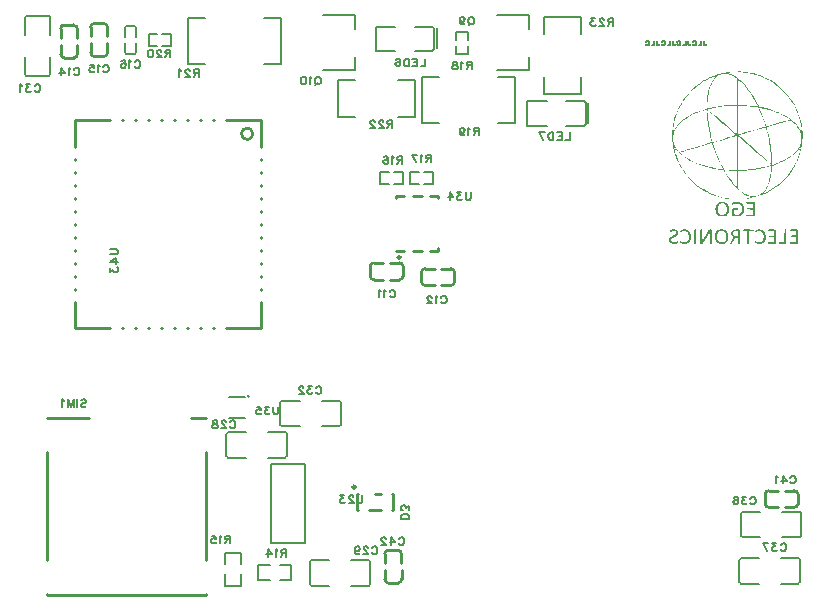
<source format=gbo>
G04 Layer: BottomSilkscreenLayer*
G04 EasyEDA Pro v2.1.49.573a4102.674264, 2024-03-06 21:11:32*
G04 Gerber Generator version 0.3*
G04 Scale: 100 percent, Rotated: No, Reflected: No*
G04 Dimensions in millimeters*
G04 Leading zeros omitted, absolute positions, 3 integers and 5 decimals*
G04 Panelize: V-CUT, Column: 2, Row: 2, Board Size: 105.286mm x 50.038mm, Panelized Board Size: 174.323mm x 101.42mm, Panelized Method: Only Board Outline*
%FSLAX35Y35*%
%MOMM*%
%ADD10C,0.15*%
%ADD11C,0.1524*%
%ADD12C,0.254*%
G75*


G04 Image Start*
G36*
G01X8054289Y4457598D02*
G01X8011363Y4457243D01*
G01X7990332Y4456278D01*
G01X7957414Y4452671D01*
G01X7911389Y4444543D01*
G01X7946847D01*
G01X7946949Y4445660D01*
G01X7947711Y4445813D01*
G01X7950606Y4446270D01*
G01X7990332Y4450791D01*
G01X7991399Y4450893D01*
G01X8019237Y4451909D01*
G01X8056270Y4452112D01*
G01X8067650Y4451502D01*
G01X8104327Y4448048D01*
G01X8123682Y4445305D01*
G01X8166760Y4436567D01*
G01X8175447Y4434332D01*
G01X8185201Y4431538D01*
G01X8205826Y4425340D01*
G01X8216951Y4421480D01*
G01X8227212Y4417720D01*
G01X8228635Y4417212D01*
G01X8254086Y4406951D01*
G01X8255711Y4406240D01*
G01X8278774Y4395724D01*
G01X8301330Y4383938D01*
G01X8324850Y4370070D01*
G01X8347761Y4354932D01*
G01X8369910Y4338625D01*
G01X8392668Y4319930D01*
G01X8414410Y4300118D01*
G01X8435137Y4279138D01*
G01X8454695Y4257192D01*
G01X8473034Y4234282D01*
G01X8490102Y4210507D01*
G01X8504885Y4187495D01*
G01X8518347Y4163924D01*
G01X8530539Y4139743D01*
G01X8540648Y4116832D01*
G01X8549538Y4093515D01*
G01X8556600Y4071569D01*
G01X8558428Y4065626D01*
G01X8558682Y4064914D01*
G01X8562289Y4051402D01*
G01X8566963Y4032707D01*
G01X8570062Y4018178D01*
G01X8572398Y4004767D01*
G01X8577123Y3970426D01*
G01X8578901Y3949344D01*
G01X8579206Y3938524D01*
G01X8579002Y3931412D01*
G01X8577936Y3930396D01*
G01X8576970Y3932580D01*
G01X8576920Y3933292D01*
G01X8576818Y3934104D01*
G01X8576361Y3936136D01*
G01X8575700Y3938524D01*
G01X8573618Y3944417D01*
G01X8570062Y3953154D01*
G01X8563813Y3966464D01*
G01X8558022Y3977234D01*
G01X8554314Y3983330D01*
G01X8551215Y3988003D01*
G01X8544408Y3997198D01*
G01X8535924Y4007510D01*
G01X8526628Y4017620D01*
G01X8515350Y4028694D01*
G01X8501837Y4040581D01*
G01X8487207Y4052164D01*
G01X8470138Y4064305D01*
G01X8450377Y4076903D01*
G01X8429396Y4088841D01*
G01X8405571Y4100779D01*
G01X8380628Y4111701D01*
G01X8372805Y4114952D01*
G01X8366557Y4117442D01*
G01X8345424Y4125265D01*
G01X8334705Y4128872D01*
G01X8309305Y4137000D01*
G01X8280248Y4145026D01*
G01X8234375Y4155389D01*
G01X8218932Y4158691D01*
G01X8216494Y4159555D01*
G01X8214868Y4160469D01*
G01X8213801Y4161638D01*
G01X8212988Y4163162D01*
G01X8212023Y4165143D01*
G01X8192719Y4203548D01*
G01X8170520Y4242613D01*
G01X8148218Y4277512D01*
G01X8126324Y4308246D01*
G01X8105242Y4334764D01*
G01X8086750Y4355795D01*
G01X8069580Y4373372D01*
G01X8053883Y4387799D01*
G01X8041081Y4398366D01*
G01X8039710Y4399483D01*
G01X8026044Y4409542D01*
G01X8014157Y4417416D01*
G01X8003692Y4423512D01*
G01X7994599Y4428236D01*
G01X7985455Y4432402D01*
G01X7976210Y4436008D01*
G01X7966812Y4439158D01*
G01X7955686Y4442155D01*
G01X7946847Y4444543D01*
G01X7911389D01*
G01X7910220Y4444340D01*
G01X7908595Y4443984D01*
G01X7897622Y4441546D01*
G01X7884312Y4437736D01*
G01X7869174Y4433113D01*
G01X7855407Y4428744D01*
G01X7830210Y4419651D01*
G01X7803693Y4408475D01*
G01X7777886Y4395978D01*
G01X7752791Y4382110D01*
G01X7728509Y4367022D01*
G01X7705039Y4350715D01*
G01X7682484Y4333189D01*
G01X7660843Y4314596D01*
G01X7640218Y4294886D01*
G01X7620660Y4274210D01*
G01X7602169Y4252519D01*
G01X7584846Y4229913D01*
G01X7568692Y4206443D01*
G01X7553757Y4182110D01*
G01X7540142Y4157066D01*
G01X7527900Y4131208D01*
G01X7517740Y4106672D01*
G01X7508850Y4081526D01*
G01X7508443Y4080205D01*
G01X7500010Y4051910D01*
G01X7493914Y4026713D01*
G01X7489444Y4002735D01*
G01X7485990Y3977030D01*
G01X7483704Y3948836D01*
G01X7483653Y3947922D01*
G01X7489800D01*
G01Y3949040D01*
G01X7490054Y3956456D01*
G01X7491374Y3973728D01*
G01X7494321Y3997096D01*
G01X7498639Y4020769D01*
G01X7504735Y4046626D01*
G01X7512253Y4072534D01*
G01X7521956Y4100322D01*
G01X7533183Y4127856D01*
G01X7545883Y4154881D01*
G01X7560056Y4181297D01*
G01X7574432Y4205021D01*
G01X7575906Y4207307D01*
G01X7589926Y4227728D01*
G01X7605878Y4248607D01*
G01X7622997Y4268724D01*
G01X7642200Y4289095D01*
G01X7662469Y4308500D01*
G01X7683856Y4326941D01*
G01X7706157Y4344314D01*
G01X7729322Y4360570D01*
G01X7753350Y4375658D01*
G01X7778039Y4389476D01*
G01X7803388Y4402023D01*
G01X7828026Y4412691D01*
G01X7853070Y4422038D01*
G01X7854848Y4422648D01*
G01X7858760Y4423918D01*
G01X7859573Y4424121D01*
G01X7859878Y4424172D01*
G01X7860335D01*
G01X7860487Y4424121D01*
G01X7860538Y4424020D01*
G01Y4423867D01*
G01X7860487Y4423715D01*
G01X7860386Y4423512D01*
G01X7860182Y4423207D01*
G01X7859624Y4422597D01*
G01X7858811Y4421734D01*
G01X7852004Y4415384D01*
G01X7849819Y4413402D01*
G01X7843622Y4407205D01*
G01X7837729Y4400702D01*
G01X7832141Y4393895D01*
G01X7826908Y4386682D01*
G01X7821930Y4379062D01*
G01X7816698Y4370019D01*
G01X7811719Y4360367D01*
G01X7806588Y4348988D01*
G01X7800899Y4334358D01*
G01X7794295Y4314393D01*
G01X7786573Y4286199D01*
G01X7786370Y4285336D01*
G01X7783424Y4270654D01*
G01X7778902Y4241698D01*
G01X7776261Y4217772D01*
G01X7773162Y4161028D01*
G01X7772857Y4152900D01*
G01X7779918D01*
G01X7780071Y4180230D01*
G01X7781239Y4205935D01*
G01X7781900Y4214063D01*
G01X7785608Y4247337D01*
G01X7789469Y4270553D01*
G01X7793939Y4291178D01*
G01X7800492Y4315054D01*
G01X7804709Y4328363D01*
G01X7809738Y4341419D01*
G01X7815732Y4355033D01*
G01X7821422Y4366260D01*
G01X7826604Y4375353D01*
G01X7832090Y4383837D01*
G01X7837830Y4391762D01*
G01X7843012Y4398112D01*
G01X7848397Y4404004D01*
G01X7853985Y4409542D01*
G01X7857033Y4412336D01*
G01X7863129Y4417365D01*
G01X7867650Y4420768D01*
G01X7872273Y4423816D01*
G01X7876997Y4426610D01*
G01X7881874Y4429100D01*
G01X7886954Y4431335D01*
G01X7892288Y4433367D01*
G01X7899959Y4435754D01*
G01X7908239Y4437888D01*
G01X7912252Y4438548D01*
G01X7917180Y4439056D01*
G01X7925816Y4439412D01*
G01X7937805Y4439260D01*
G01X7945679Y4438599D01*
G01X7949794Y4437888D01*
G01X7951572Y4437532D01*
G01X7963154Y4434586D01*
G01X7972298Y4431690D01*
G01X7979664Y4428896D01*
G01X7988503Y4424985D01*
G01X7999374Y4419448D01*
G01X8009179Y4413809D01*
G01X8023454Y4404614D01*
G01X8030108Y4399686D01*
G01X8031886Y4398010D01*
G01X8032039Y4397197D01*
G01X8032445Y4388002D01*
G01X8032191Y4185971D01*
G01X8031886Y4178960D01*
G01X8039049D01*
G01X8039354Y4324452D01*
G01X8040522Y4389831D01*
G01X8040675Y4391203D01*
G01X8040776Y4391152D01*
G01X8041030Y4391050D01*
G01X8041284Y4390847D01*
G01X8042656Y4389831D01*
G01X8049666Y4383888D01*
G01X8067091Y4367835D01*
G01X8078572Y4356151D01*
G01X8096961Y4335780D01*
G01X8117383Y4310431D01*
G01X8138566Y4281373D01*
G01X8161122Y4246778D01*
G01X8183474Y4208272D01*
G01X8204149Y4168089D01*
G01X8205978Y4164330D01*
G01X8206334Y4163416D01*
G01X8206486Y4163009D01*
G01X8206588Y4162400D01*
G01Y4162095D01*
G01X8206537Y4161892D01*
G01X8206435Y4161688D01*
G01X8206283Y4161536D01*
G01X8206029Y4161384D01*
G01X8205775Y4161282D01*
G01X8205419Y4161231D01*
G01X8205013Y4161180D01*
G01X8203997D01*
G01X8202676Y4161333D01*
G01X8192567Y4162857D01*
G01X8146390Y4168699D01*
G01X8082026Y4173779D01*
G01X8050276Y4174744D01*
G01X8044993Y4174795D01*
G01X8041742Y4175049D01*
G01X8040014Y4175455D01*
G01X8039252Y4176217D01*
G01Y4176319D01*
G01X8039202Y4176420D01*
G01X8039151Y4176878D01*
G01X8039049Y4178960D01*
G01X8031886D01*
G01X8031785Y4176725D01*
G01X8031632Y4175912D01*
G01X8031429Y4175760D01*
G01X8031175Y4175608D01*
G01X8030820Y4175506D01*
G01X8030413Y4175354D01*
G01X8029245Y4175201D01*
G01X8026705Y4174947D01*
G01X8016850Y4174744D01*
G01X7992720Y4174338D01*
G01X7946441Y4171544D01*
G01X7891069Y4165448D01*
G01X7838237Y4156964D01*
G01X7797089Y4148176D01*
G01X7780680Y4144467D01*
G01X7780579Y4144620D01*
G01X7780477Y4144975D01*
G01X7780376Y4145534D01*
G01X7780172Y4147261D01*
G01X7779918Y4152900D01*
G01X7772857D01*
G01X7772451Y4142283D01*
G01X7769047Y4141165D01*
G01X7759040Y4138066D01*
G01X7783017D01*
G01X7783373Y4138778D01*
G01X7784084Y4139387D01*
G01X7785252Y4139844D01*
G01X7786776Y4140200D01*
G01X7787589Y4140352D01*
G01X7797394Y4142638D01*
G01X7827061Y4149446D01*
G01X7870292Y4157116D01*
G01X7926476Y4164127D01*
G01X7982509Y4168343D01*
G01X8016240Y4169258D01*
G01X8027010Y4168953D01*
G01X8030159Y4168597D01*
G01X8031632Y4168140D01*
G01X8031836Y4167276D01*
G01X8032242Y4157167D01*
G01Y4150512D01*
G01X8039049D01*
G01X8039608Y4166667D01*
G01X8039811Y4167632D01*
G01X8039862Y4167734D01*
G01X8040065Y4167937D01*
G01X8040218Y4167988D01*
G01X8040370Y4168089D01*
G01X8040573Y4168191D01*
G01X8040776Y4168242D01*
G01X8041284Y4168394D01*
G01X8042250Y4168597D01*
G01X8043367Y4168750D01*
G01X8045755Y4168953D01*
G01X8051292Y4169207D01*
G01X8066684Y4169105D01*
G01X8113624Y4166362D01*
G01X8170570Y4160469D01*
G01X8198002Y4156608D01*
G01X8204048Y4155389D01*
G01X8206283Y4154780D01*
G01X8208061Y4154068D01*
G01X8209534Y4153357D01*
G01X8210652Y4152494D01*
G01X8211617Y4151528D01*
G01X8212023Y4150919D01*
G01X8219389D01*
G01X8219440Y4151630D01*
G01X8219491Y4151935D01*
G01X8219592Y4152138D01*
G01X8219745Y4152290D01*
G01X8219999Y4152443D01*
G01X8220405Y4152494D01*
G01X8220913D01*
G01X8221624Y4152443D01*
G01X8222488Y4152290D01*
G01X8232597Y4150360D01*
G01X8261299Y4143959D01*
G01X8305343Y4132377D01*
G01X8333689Y4123385D01*
G01X8344459Y4119728D01*
G01X8348320Y4118458D01*
G01X8380628Y4105758D01*
G01X8385556Y4103675D01*
G01X8414817Y4089857D01*
G01X8441182Y4075938D01*
G01X8460791Y4063949D01*
G01X8476488Y4053078D01*
G01X8479231Y4050792D01*
G01X8480247Y4049573D01*
G01Y4049319D01*
G01X8480196Y4049268D01*
G01Y4049217D01*
G01X8480146Y4049166D01*
G01Y4049116D01*
G01X8480095D01*
G01Y4049065D01*
G01X8479993Y4049014D01*
G01X8479942Y4048963D01*
G01X8479841Y4048912D01*
G01X8479638Y4048760D01*
G01X8479282Y4048608D01*
G01X8478723Y4048404D01*
G01X8476996Y4047744D01*
G01X8403539Y4027068D01*
G01X8314538Y4002278D01*
G01X8293964Y3996436D01*
G01X8286750Y3994607D01*
G01X8284108Y3994150D01*
G01X8282991Y3994048D01*
G01X8281975D01*
G01X8281111Y3994099D01*
G01X8280298Y3994201D01*
G01X8279638Y3994404D01*
G01X8279028Y3994709D01*
G01X8278520Y3995115D01*
G01X8278063Y3995572D01*
G01X8277606Y3996131D01*
G01X8277250Y3996792D01*
G01X8276946Y3997503D01*
G01X8276285Y3999230D01*
G01X8274152Y4006698D01*
G01X8261096Y4045661D01*
G01X8234528Y4115105D01*
G01X8221929Y4143807D01*
G01X8220151Y4148125D01*
G01X8219592Y4149801D01*
G01X8219389Y4150919D01*
G01X8212023D01*
G01X8212379Y4150411D01*
G01X8213090Y4149192D01*
G01X8214462Y4146093D01*
G01X8219999Y4133952D01*
G01X8235544Y4097122D01*
G01X8264093Y4018991D01*
G01X8270697Y3997198D01*
G01X8271510Y3993286D01*
G01X8271459Y3991458D01*
G01X8271408Y3991305D01*
G01X8271205Y3991051D01*
G01X8270850Y3990696D01*
G01X8270545Y3990492D01*
G01X8270342Y3990391D01*
G01X8269884Y3990137D01*
G01X8269275Y3989883D01*
G01X8267598Y3989273D01*
G01X8255356Y3985666D01*
G01X8281162D01*
G01X8281568Y3986784D01*
G01X8281619D01*
G01X8281670Y3986835D01*
G01X8281721D01*
G01X8281975Y3986936D01*
G01X8283092Y3987343D01*
G01X8464144Y4038244D01*
G01X8483549Y4043680D01*
G01X8484311Y4043883D01*
G01X8485632Y4044239D01*
G01X8486191Y4044340D01*
G01X8487207D01*
G01X8488223Y4044137D01*
G01X8488782Y4043883D01*
G01X8489340Y4043578D01*
G01X8490661Y4042715D01*
G01X8494420Y4039768D01*
G01X8505241Y4030624D01*
G01X8515452Y4021074D01*
G01X8524951Y4011219D01*
G01X8533740Y4001110D01*
G01X8541817Y3990797D01*
G01X8549030Y3980332D01*
G01X8554466Y3971493D01*
G01X8559292Y3962654D01*
G01X8563508Y3953764D01*
G01X8567064Y3944874D01*
G01X8569452Y3937813D01*
G01X8571433Y3930802D01*
G01X8573110Y3923589D01*
G01X8574278Y3917696D01*
G01X8574888Y3913124D01*
G01X8575243Y3908247D01*
G01X8575446Y3895496D01*
G01X8575345Y3885997D01*
G01X8575040Y3879748D01*
G01X8574532Y3875075D01*
G01X8573770Y3870401D01*
G01X8571433Y3860190D01*
G01X8571179Y3859327D01*
G01X8569198Y3852266D01*
G01X8566810Y3845306D01*
G01X8563712Y3837483D01*
G01X8560105Y3829710D01*
G01X8555584Y3821176D01*
G01X8550504Y3812692D01*
G01X8544865Y3804260D01*
G01X8538007Y3795116D01*
G01X8529828Y3785311D01*
G01X8520074Y3774846D01*
G01X8509508Y3764636D01*
G01X8497164Y3753866D01*
G01X8482940Y3742588D01*
G01X8466582Y3731006D01*
G01X8447938Y3719170D01*
G01X8426806Y3707232D01*
G01X8403082Y3695344D01*
G01X8375193Y3683102D01*
G01X8344205Y3671367D01*
G01X8335112Y3668319D01*
G01X8329879Y3666947D01*
G01X8327390Y3667150D01*
G01X8326476Y3668725D01*
G01X8326425Y3668878D01*
G01X8326374Y3669436D01*
G01X8325510Y3705657D01*
G01X8324952Y3730396D01*
G01X8323936Y3751936D01*
G01X8317992Y3808832D01*
G01X8316062Y3822598D01*
G01X8308289Y3869792D01*
G01X8305343Y3884930D01*
G01X8302447Y3899154D01*
G01X8300517Y3907892D01*
G01X8298485Y3916832D01*
G01X8296656Y3924605D01*
G01X8294624Y3933088D01*
G01X8288122Y3957879D01*
G01X8281772Y3982060D01*
G01X8281162Y3985666D01*
G01X8255356D01*
G01X8252612Y3984854D01*
G01X8236509Y3980282D01*
G01X8220405Y3975760D01*
G01X8207705Y3972052D01*
G01X8181797Y3964686D01*
G01X8173009Y3962095D01*
G01X8156905Y3957422D01*
G01X8144205Y3953764D01*
G01X8131505Y3950005D01*
G01X8115859Y3945433D01*
G01X8100212Y3940912D01*
G01X8084617Y3936289D01*
G01X8066024Y3930802D01*
G01X8047228Y3925164D01*
G01X8044891Y3924452D01*
G01X8042758Y3923944D01*
G01X8040980Y3923640D01*
G01X8039913D01*
G01X8039710Y3924351D01*
G01X8039405Y3929685D01*
G01X8039049Y4150512D01*
G01X8032242D01*
G01X8031582Y3935679D01*
G01X8031124Y3925976D01*
G01X8030921Y3925316D01*
G01X8030820Y3925367D01*
G01X8030566Y3925519D01*
G01X8029651Y3926180D01*
G01X8017154Y3936441D01*
G01X7980070Y3967988D01*
G01X7909712Y4028034D01*
G01X7849159Y4079748D01*
G01X7838389Y4088943D01*
G01X7821828Y4103218D01*
G01X7805217Y4117492D01*
G01X7794447Y4126687D01*
G01X7785760Y4134104D01*
G01X7784440Y4135272D01*
G01X7783576Y4136339D01*
G01X7783119Y4137254D01*
G01X7783017Y4138066D01*
G01X7759040D01*
G01X7749032Y4134968D01*
G01X7723530Y4126789D01*
G01X7687005Y4113174D01*
G01X7669479Y4105808D01*
G01X7644333Y4093870D01*
G01X7622489Y4082034D01*
G01X7601966Y4069486D01*
G01X7584389Y4057548D01*
G01X7568082Y4045052D01*
G01X7554417Y4033418D01*
G01X7541819Y4021480D01*
G01X7531557Y4010609D01*
G01X7522210Y3999586D01*
G01X7514793Y3989781D01*
G01X7508088Y3979824D01*
G01X7502957Y3971290D01*
G01X7498436Y3962654D01*
G01X7494473Y3953967D01*
G01X7493660Y3952037D01*
G01X7491730Y3947922D01*
G01X7491273Y3947058D01*
G01X7490866Y3946500D01*
G01X7490511Y3946246D01*
G01X7490257D01*
G01X7490054Y3946500D01*
G01X7489901Y3947058D01*
G01X7489800Y3947922D01*
G01X7483653D01*
G01X7482586Y3912921D01*
G01X7482688Y3893210D01*
G01X7489038D01*
G01X7489139Y3901440D01*
G01X7489749Y3909670D01*
G01X7490816Y3917848D01*
G01X7492390Y3926027D01*
G01X7494422Y3934155D01*
G01X7496912Y3942283D01*
G01X7499858Y3950310D01*
G01X7503312Y3958285D01*
G01X7507935Y3967582D01*
G01X7513168Y3976726D01*
G01X7519010Y3985768D01*
G01X7525461Y3994760D01*
G01X7533640Y4004818D01*
G01X7542581Y4014775D01*
G01X7553604Y4025697D01*
G01X7565593Y4036416D01*
G01X7580071Y4047998D01*
G01X7595718Y4059174D01*
G01X7614310Y4071061D01*
G01X7634376Y4082440D01*
G01X7657795Y4094226D01*
G01X7685024Y4106215D01*
G01X7692847Y4109466D01*
G01X7697927Y4111498D01*
G01X7731303Y4123639D01*
G01X7762697Y4133494D01*
G01X7770063Y4135679D01*
G01X7770571Y4135882D01*
G01X7771079Y4135933D01*
G01X7771486D01*
G01X7771892Y4135831D01*
G01X7772248Y4135577D01*
G01X7772552Y4135272D01*
G01X7772857Y4134866D01*
G01X7773111Y4134307D01*
G01X7773314Y4133647D01*
G01X7773467Y4132834D01*
G01X7773619Y4131920D01*
G01X7773822Y4129684D01*
G01X7773924Y4125265D01*
G01Y4124096D01*
G01X7779817D01*
G01Y4126484D01*
G01X7779868Y4127043D01*
G01X7779969Y4127551D01*
G01X7780122Y4128160D01*
G01X7780223Y4128313D01*
G01X7780325Y4128414D01*
G01X7780426Y4128567D01*
G01X7780579Y4128668D01*
G01X7780680Y4128719D01*
G01X7780884Y4128770D01*
G01X7781442D01*
G01X7781696Y4128719D01*
G01X7781950Y4128618D01*
G01X7782255Y4128516D01*
G01X7782560Y4128364D01*
G01X7783220Y4128008D01*
G01X7784033Y4127551D01*
G01X7785405Y4126636D01*
G01X7788351Y4124401D01*
G01X7818882Y4098341D01*
G01X7915605Y4015638D01*
G01X7953705Y3983126D01*
G01X7964424Y3973881D01*
G01X7979562Y3960978D01*
G01X8005724Y3938676D01*
G01X8024978Y3921557D01*
G01X8026502Y3919830D01*
G01X8026146Y3919626D01*
G01X8025384Y3919271D01*
G01X8024266Y3918814D01*
G01X8018932Y3917086D01*
G01X8041183D01*
G01X8041437Y3917290D01*
G01X8042148Y3917594D01*
G01X8044434Y3918458D01*
G01X8051648Y3920744D01*
G01X8069936Y3926180D01*
G01X8088528Y3931717D01*
G01X8104124Y3936340D01*
G01X8119770Y3940861D01*
G01X8135417Y3945433D01*
G01X8160817Y3952850D01*
G01X8189620Y3961130D01*
G01X8198917Y3963822D01*
G01X8208162Y3966515D01*
G01X8234070Y3973881D01*
G01X8246770Y3977589D01*
G01X8262874Y3982110D01*
G01X8271713Y3984346D01*
G01X8273644Y3984549D01*
G01X8274456Y3984244D01*
G01X8274609Y3983939D01*
G01X8275015Y3982822D01*
G01X8276793Y3977132D01*
G01X8290712Y3923944D01*
G01X8292592Y3916121D01*
G01X8297266Y3895039D01*
G01X8299602Y3883558D01*
G01X8303565Y3863086D01*
G01X8312150Y3807917D01*
G01X8318094Y3750564D01*
G01X8319770Y3705047D01*
G01X8319567Y3677310D01*
G01X8319110Y3674923D01*
G01X8318906Y3674974D01*
G01X8318500Y3675228D01*
G01X8317992Y3675583D01*
G01X8315554Y3677463D01*
G01X8301126Y3689756D01*
G01X8229143Y3753307D01*
G01X8213547Y3767023D01*
G01X8137347Y3833622D01*
G01X8120736Y3847897D01*
G01X8059928Y3899967D01*
G01X8042504Y3915512D01*
G01X8041183Y3917086D01*
G01X8018932D01*
G01X8014513Y3915664D01*
G01X7997647Y3910635D01*
G01X7976159Y3904234D01*
G01X7957617Y3898697D01*
G01X7939024Y3893160D01*
G01X7919009Y3887267D01*
G01X7867142Y3871874D01*
G01X7827213Y3861054D01*
G01X7824927Y3860800D01*
G01X7824673Y3861003D01*
G01X7824419Y3861257D01*
G01X7824114Y3861664D01*
G01X7823860Y3862172D01*
G01X7823251Y3863492D01*
G01X7822235Y3866439D01*
G01X7818882Y3878529D01*
G01X7814005Y3896868D01*
G01X7810144Y3912667D01*
G01X7806131Y3929431D01*
G01X7799324Y3961536D01*
G01X7789926Y4015943D01*
G01X7783678Y4067454D01*
G01X7781188Y4098646D01*
G01X7779817Y4124096D01*
G01X7773924D01*
G01Y4123842D01*
G01X7774838Y4102710D01*
G01X7779360Y4051859D01*
G01X7782763Y4024274D01*
G01X7793431Y3960622D01*
G01X7800340Y3928262D01*
G01X7802270Y3920236D01*
G01X7804150Y3912210D01*
G01X7810602Y3886759D01*
G01X7813040Y3877615D01*
G01X7815834Y3867048D01*
G01X7817714Y3859632D01*
G01X7817866Y3858666D01*
G01Y3858463D01*
G01X7817714Y3858311D01*
G01X7817663Y3858209D01*
G01X7817561Y3858158D01*
G01X7817409Y3858006D01*
G01X7816596Y3857600D01*
G01X7815885Y3857295D01*
G01X7813446Y3856380D01*
G01X7766609Y3842258D01*
G01X7724089Y3829761D01*
G01X7709967Y3825646D01*
G01X7699705Y3822598D01*
G01X7687970Y3819093D01*
G01X7649870Y3807917D01*
G01X7634224Y3803294D01*
G01X7618628Y3798722D01*
G01X7600036Y3793236D01*
G01X7581494Y3787750D01*
G01X7565847Y3783127D01*
G01X7550150Y3778453D01*
G01X7547458Y3777539D01*
G01X7545426Y3776980D01*
G01X7544562Y3776828D01*
G01X7543800D01*
G01X7543089Y3776929D01*
G01X7542428Y3777183D01*
G01X7541717Y3777590D01*
G01X7540955Y3778148D01*
G01X7540142Y3778910D01*
G01X7539228Y3779825D01*
G01X7533996Y3785870D01*
G01X7529576Y3791153D01*
G01X7522464Y3800450D01*
G01X7516012Y3809797D01*
G01X7510272Y3819246D01*
G01X7505903Y3827374D01*
G01X7502042Y3835552D01*
G01X7498690Y3843731D01*
G01X7495794Y3851961D01*
G01X7493457Y3860190D01*
G01X7491628Y3868420D01*
G01X7490257Y3876700D01*
G01X7489393Y3884930D01*
G01X7489038Y3893210D01*
G01X7482688D01*
G01X7482738Y3886759D01*
G01X7483500Y3874059D01*
G01X7487310Y3842766D01*
G01X7487768Y3839413D01*
G01X7489495Y3829304D01*
G01X7495591D01*
G01Y3830015D01*
G01X7495692Y3830472D01*
G01X7495845Y3830726D01*
G01X7496099Y3830777D01*
G01X7496454Y3830574D01*
G01X7496861Y3830117D01*
G01X7497369Y3829456D01*
G01X7498690Y3827374D01*
G01X7502601Y3820262D01*
G01X7504430Y3816960D01*
G01X7509307Y3808781D01*
G01X7515250Y3799891D01*
G01X7521854Y3791102D01*
G01X7529678Y3781654D01*
G01X7538974Y3771646D01*
G01X7539126Y3771494D01*
G01X7548524D01*
G01X7548626Y3771697D01*
G01X7548677Y3771748D01*
G01X7548728Y3771849D01*
G01X7548880Y3772002D01*
G01X7549032Y3772103D01*
G01X7549185Y3772154D01*
G01X7549337Y3772256D01*
G01X7549845Y3772459D01*
G01X7551268Y3773018D01*
G01X7569759Y3778555D01*
G01X7588301Y3784041D01*
G01X7603947Y3788613D01*
G01X7619594Y3793236D01*
G01X7638136Y3798722D01*
G01X7656728Y3804260D01*
G01X7672324Y3808832D01*
G01X7687970Y3813404D01*
G01X7706512Y3818890D01*
G01X7722159Y3823513D01*
G01X7740244Y3828898D01*
G01X7787234Y3842664D01*
G01X7819136Y3851910D01*
G01X7819492Y3851859D01*
G01X7819847Y3851656D01*
G01X7820152Y3851199D01*
G01X7820457Y3850640D01*
G01X7826045D01*
G01Y3851402D01*
G01X7826096Y3851504D01*
G01Y3851605D01*
G01X7826400Y3852215D01*
G01X7826807Y3852621D01*
G01X7827010Y3852875D01*
G01X7827772Y3853383D01*
G01X7828331Y3853739D01*
G01X7829296Y3854196D01*
G01X7831023Y3854958D01*
G01X7834986Y3856482D01*
G01X7886751Y3872027D01*
G01X7945882Y3889502D01*
G01X7964424Y3895039D01*
G01X7983017Y3900526D01*
G01X8001559Y3906063D01*
G01X8023454Y3912565D01*
G01X8025790Y3913226D01*
G01X8029600Y3914140D01*
G01X8030515Y3914292D01*
G01X8030718Y3913480D01*
G01X8031226Y3901745D01*
G01X8030972Y3634791D01*
G01X8030464Y3622904D01*
G01X8030312Y3622192D01*
G01X8038186D01*
G01Y3765245D01*
G01X8038592Y3890823D01*
G01X8039202Y3902761D01*
G01X8039659Y3906063D01*
G01X8040268Y3907892D01*
G01X8040980Y3908603D01*
G01X8041843Y3908400D01*
G01X8042910Y3907536D01*
G01X8045501Y3904945D01*
G01X8081670Y3873957D01*
G01X8104124Y3854704D01*
G01X8115351Y3845001D01*
G01X8185201Y3784549D01*
G01X8200339Y3771189D01*
G01X8215986Y3757371D01*
G01X8232089Y3743198D01*
G01X8247736Y3729431D01*
G01X8280959Y3700069D01*
G01X8314182Y3670554D01*
G01X8318449Y3666338D01*
G01X8319059Y3664763D01*
G01Y3664458D01*
G01X8318957Y3664153D01*
G01X8318856Y3663899D01*
G01X8318602Y3663594D01*
G01X8318297Y3663340D01*
G01X8317890Y3663036D01*
G01X8317332Y3662731D01*
G01X8316671Y3662426D01*
G01X8314842Y3661715D01*
G01X8304428Y3658514D01*
G01X8297723Y3656584D01*
G01X8257997Y3646526D01*
G01X8208162Y3636416D01*
G01X8173009Y3631032D01*
G01X8151012Y3628288D01*
G01X8101178Y3623920D01*
G01X8061147Y3622396D01*
G01X8038186Y3622192D01*
G01X8030312D01*
G01X8030261Y3621989D01*
G01X8029905Y3621938D01*
G01X8020050D01*
G01X7954162Y3624478D01*
G01X7930693Y3626358D01*
G01X7921498Y3627425D01*
G01X7920380Y3627679D01*
G01X7920177Y3627831D01*
G01X7919872Y3628187D01*
G01X7919466Y3628746D01*
G01X7917739Y3631489D01*
G01X7909103Y3646983D01*
G01X7889189Y3686404D01*
G01X7875778Y3715969D01*
G01X7854290Y3768750D01*
G01X7835494Y3822598D01*
G01X7831633Y3834486D01*
G01X7829652Y3840937D01*
G01X7828534Y3844442D01*
G01X7827569Y3847135D01*
G01X7827416Y3847490D01*
G01X7826604Y3849218D01*
G01X7826299Y3849878D01*
G01X7826197Y3850183D01*
G01X7826096Y3850437D01*
G01X7826045Y3850640D01*
G01X7820457D01*
G01X7820508Y3850538D01*
G01X7820863Y3849624D01*
G01X7822336Y3844950D01*
G01X7827670Y3827628D01*
G01X7830566Y3818433D01*
G01X7833716Y3808781D01*
G01X7852105Y3757930D01*
G01X7876642Y3699510D01*
G01X7901076Y3649320D01*
G01X7909966Y3631590D01*
G01X7910728Y3629762D01*
G01X7910576Y3629609D01*
G01X7910271Y3629457D01*
G01X7909763Y3629406D01*
G01X7909001Y3629355D01*
G01X7908138Y3629304D01*
G01X7905902Y3629355D01*
G01X7900010Y3629812D01*
G01X7891170Y3630930D01*
G01X7878978Y3632708D01*
G01X7861554Y3635451D01*
G01X7814462Y3644646D01*
G01X7793939Y3649370D01*
G01X7776870Y3653892D01*
G01X7745730Y3662832D01*
G01X7711796Y3674415D01*
G01X7680858Y3686759D01*
G01X7651445Y3700272D01*
G01X7626960Y3713124D01*
G01X7605573Y3725774D01*
G01X7588504Y3737153D01*
G01X7574077Y3747872D01*
G01X7570216Y3751021D01*
G01X7553960Y3765601D01*
G01X7549134Y3770528D01*
G01X7548524Y3771494D01*
G01X7539126D01*
G01X7549896Y3761029D01*
G01X7562596Y3749954D01*
G01X7577226Y3738524D01*
G01X7594092Y3726688D01*
G01X7613244Y3714699D01*
G01X7636104Y3701948D01*
G01X7661859Y3689299D01*
G01X7691984Y3676294D01*
G01X7726934Y3663340D01*
G01X7765644Y3651199D01*
G01X7781290Y3646932D01*
G01X7835951Y3634588D01*
G01X7846974Y3632505D01*
G01X7892136Y3625393D01*
G01X7908087Y3623208D01*
G01X7915707Y3622142D01*
G01X7917282Y3619398D01*
G01X7924394D01*
G01Y3619754D01*
G01X7924444Y3620059D01*
G01X7924495Y3620313D01*
G01X7924800Y3620719D01*
G01X7925105Y3620821D01*
G01X7925410Y3620973D01*
G01X7925867Y3621024D01*
G01X7926426Y3621075D01*
G01X7927848D01*
G01X7934147Y3620618D01*
G01X7939278Y3620211D01*
G01X7996682Y3617112D01*
G01X8023149Y3616096D01*
G01X8029651Y3615690D01*
G01X8031836Y3615284D01*
G01Y3547212D01*
G01X8031124Y3479495D01*
G01X8030972Y3477870D01*
G01X8030769Y3477666D01*
G01X8030464Y3477565D01*
G01X8030108D01*
G01X8029702Y3477666D01*
G01X8029194Y3477870D01*
G01X8028635Y3478174D01*
G01X8028026Y3478581D01*
G01X8027314Y3479038D01*
G01X8025790Y3480308D01*
G01X8023047Y3482797D01*
G01X8018678Y3487166D01*
G01X8007960Y3499104D01*
G01X7985201Y3527196D01*
G01X7960055Y3561334D01*
G01X7945882Y3582772D01*
G01X7931658Y3605987D01*
G01X7930236Y3608476D01*
G01X7930032Y3608984D01*
G01X7927289Y3613455D01*
G01X7925257Y3617163D01*
G01X7924394Y3619398D01*
G01X7917282D01*
G01X7920533Y3613658D01*
G01X7925562Y3604920D01*
G01X7944815Y3573882D01*
G01X7965034Y3544570D01*
G01X7986065Y3517290D01*
G01X8007553Y3492246D01*
G01X8027314Y3471570D01*
G01X8030261Y3468827D01*
G01X8037678D01*
G01X8038186Y3615741D01*
G01X8058709Y3616452D01*
G01X8083042Y3617417D01*
G01X8141564Y3621735D01*
G01X8185201Y3627272D01*
G01X8197444Y3629101D01*
G01X8209178Y3630981D01*
G01X8219389Y3632810D01*
G01X8246262Y3638245D01*
G01X8278012Y3645662D01*
G01X8288274Y3648304D01*
G01X8312963Y3655263D01*
G01X8315655Y3656076D01*
G01X8316468Y3656279D01*
G01X8316824Y3656330D01*
G01X8317128Y3656381D01*
G01X8317433D01*
G01X8317687Y3656330D01*
G01X8317941Y3656228D01*
G01X8318144Y3656127D01*
G01X8318500Y3655771D01*
G01X8318602Y3655517D01*
G01X8318754Y3655212D01*
G01X8318856Y3654908D01*
G01X8318906Y3654501D01*
G01X8319008Y3653485D01*
G01X8319059Y3652266D01*
G01X8318703Y3643071D01*
G01X8317433Y3623818D01*
G01X8314792Y3599282D01*
G01X8310728Y3574542D01*
G01X8303412Y3541014D01*
G01X8302854Y3538728D01*
G01X8298485Y3523183D01*
G01X8293506Y3508400D01*
G01X8288680Y3496412D01*
G01X8283448Y3485032D01*
G01X8277758Y3474314D01*
G01X8271662Y3464255D01*
G01X8266328Y3456432D01*
G01X8260690Y3449066D01*
G01X8254797Y3442157D01*
G01X8248701Y3435756D01*
G01X8242402Y3429914D01*
G01X8237169Y3425596D01*
G01X8231835Y3421583D01*
G01X8228736Y3419551D01*
G01X8241538D01*
G01X8241640Y3420008D01*
G01X8242097Y3420669D01*
G01X8242910Y3421583D01*
G01X8244078Y3422701D01*
G01X8247278Y3425596D01*
G01X8249564Y3427679D01*
G01X8254136Y3432150D01*
G01X8259724Y3438246D01*
G01X8265109Y3444850D01*
G01X8271408Y3453435D01*
G01X8277454Y3462680D01*
G01X8283143Y3472586D01*
G01X8289442Y3484829D01*
G01X8295234Y3497783D01*
G01X8301177Y3513379D01*
G01X8306410Y3529635D01*
G01X8312150Y3552038D01*
G01X8314792Y3563823D01*
G01X8319008Y3587547D01*
G01X8322564Y3615639D01*
G01X8324748Y3644341D01*
G01X8325053Y3651809D01*
G01X8325256Y3654400D01*
G01X8325510Y3655771D01*
G01X8325663Y3656381D01*
G01X8325815Y3656940D01*
G01X8326069Y3657397D01*
G01X8326323Y3657905D01*
G01X8326628Y3658311D01*
G01X8326984Y3658718D01*
G01X8327390Y3659073D01*
G01X8327847Y3659429D01*
G01X8328355Y3659734D01*
G01X8328965Y3660089D01*
G01X8329625Y3660394D01*
G01X8331098Y3661004D01*
G01X8340700Y3664306D01*
G01X8370672Y3675431D01*
G01X8399170Y3687674D01*
G01X8425993Y3700831D01*
G01X8448904Y3713582D01*
G01X8470240Y3726993D01*
G01X8488070Y3739540D01*
G01X8502752Y3751072D01*
G01X8516214Y3762858D01*
G01X8527034Y3773373D01*
G01X8536940Y3784092D01*
G01X8544611Y3793338D01*
G01X8551520Y3802736D01*
G01X8556701Y3810559D01*
G01X8561324Y3818484D01*
G01X8565388Y3826408D01*
G01X8568893Y3834333D01*
G01X8571281Y3840683D01*
G01X8572449Y3843833D01*
G01X8573008Y3845001D01*
G01X8573465Y3845814D01*
G01X8573922Y3846373D01*
G01X8574278Y3846678D01*
G01X8574583D01*
G01X8574837Y3846424D01*
G01X8574989Y3845865D01*
G01X8575091Y3845103D01*
G01X8575142Y3844087D01*
G01X8575091Y3842766D01*
G01X8574786Y3839515D01*
G01X8574126Y3835349D01*
G01X8572094Y3823970D01*
G01X8570925Y3817569D01*
G01X8563813Y3784956D01*
G01X8560257Y3771697D01*
G01X8556396Y3758844D01*
G01X8552739Y3747211D01*
G01X8544611Y3724250D01*
G01X8534603Y3700069D01*
G01X8523326Y3676396D01*
G01X8510778Y3653231D01*
G01X8497011Y3630676D01*
G01X8481111Y3607257D01*
G01X8463890Y3584702D01*
G01X8445500Y3562960D01*
G01X8425942Y3542132D01*
G01X8405266Y3522269D01*
G01X8383575Y3503473D01*
G01X8360867Y3485744D01*
G01X8337296Y3469234D01*
G01X8312810Y3453892D01*
G01X8287512Y3439871D01*
G01X8263077Y3427933D01*
G01X8246821Y3420720D01*
G01X8243468Y3419551D01*
G01X8242452Y3419297D01*
G01X8241792D01*
G01X8241538Y3419551D01*
G01X8228736D01*
G01X8226349Y3417976D01*
G01X8220761Y3414674D01*
G01X8215071Y3411728D01*
G01X8209280Y3409188D01*
G01X8203387Y3406953D01*
G01X8197342Y3405124D01*
G01X8191297Y3403651D01*
G01X8185099Y3402584D01*
G01X8178851Y3401873D01*
G01X8172552Y3401568D01*
G01X8166151Y3401619D01*
G01X8159699Y3402127D01*
G01X8153197Y3402990D01*
G01X8146644Y3404260D01*
G01X8142173Y3405378D01*
G01X8132978Y3408070D01*
G01X8123530Y3411423D01*
G01X8111642Y3416402D01*
G01X8100060Y3421990D01*
G01X8089189Y3428035D01*
G01X8081264Y3433115D01*
G01X8075930Y3436976D01*
G01X8066075Y3444392D01*
G01X8060944Y3448456D01*
G01X8047736Y3459734D01*
G01X8037678Y3468827D01*
G01X8030261D01*
G01X8045196Y3454806D01*
G01X8060995Y3441497D01*
G01X8074660Y3431134D01*
G01X8088173Y3422040D01*
G01X8099552Y3415284D01*
G01X8108848Y3410458D01*
G01X8117942Y3406292D01*
G01X8125104Y3403498D01*
G01X8132115Y3401212D01*
G01X8138973Y3399384D01*
G01X8144002Y3398368D01*
G01X8148980Y3397606D01*
G01X8153806Y3397199D01*
G01X8158531Y3397047D01*
G01X8161274Y3396793D01*
G01X8164017Y3396132D01*
G01X8165998Y3395370D01*
G01X8166456Y3394710D01*
G01X8166252Y3394558D01*
G01X8165948Y3394456D01*
G01X8165541Y3394304D01*
G01X8163560Y3393694D01*
G01X8154213Y3391510D01*
G01X8122717Y3385617D01*
G01X8093964Y3381807D01*
G01X8064906Y3379470D01*
G01X8035747Y3378708D01*
G01X8006537Y3379368D01*
G01X7977429Y3381553D01*
G01X7948524Y3385210D01*
G01X7920076Y3390290D01*
G01X7892085Y3396793D01*
G01X7866888Y3404057D01*
G01X7842301Y3412592D01*
G01X7829144Y3417722D01*
G01X7802778Y3429254D01*
G01X7774229Y3443478D01*
G01X7746695Y3459074D01*
G01X7723073Y3474212D01*
G01X7703210Y3488334D01*
G01X7687005Y3501187D01*
G01X7679334Y3507638D01*
G01X7653782Y3530803D01*
G01X7631938Y3552749D01*
G01X7613548Y3573120D01*
G01X7598461Y3591763D01*
G01X7586269Y3608426D01*
G01X7570876Y3631641D01*
G01X7567422Y3637128D01*
G01X7554976Y3658667D01*
G01X7541717Y3684473D01*
G01X7528966Y3712820D01*
G01X7517790Y3741572D01*
G01X7508900Y3768496D01*
G01X7502601Y3791509D01*
G01X7498436Y3810660D01*
G01X7495896Y3826002D01*
G01X7495743Y3827323D01*
G01X7495591Y3829304D01*
G01X7489495D01*
G01X7492035Y3814216D01*
G01X7497978Y3787394D01*
G01X7505344Y3760775D01*
G01X7514031Y3734562D01*
G01X7524039Y3708857D01*
G01X7535266Y3683813D01*
G01X7547661Y3659581D01*
G01X7560310Y3637788D01*
G01X7568997Y3623564D01*
G01X7571435Y3619652D01*
G01X7581900Y3603904D01*
G01X7595006Y3586226D01*
G01X7611161Y3566719D01*
G01X7630617Y3545688D01*
G01X7651648Y3525215D01*
G01X7676032Y3503778D01*
G01X7701636Y3483508D01*
G01X7728204Y3464662D01*
G01X7753096Y3448863D01*
G01X7778293Y3434690D01*
G01X7801254Y3423361D01*
G01X7821828Y3414573D01*
G01X7825384Y3413150D01*
G01X7854137Y3402838D01*
G01X7883093Y3394151D01*
G01X7912151Y3387039D01*
G01X7941259Y3381502D01*
G01X7970368Y3377489D01*
G01X7999425Y3375000D01*
G01X8028381Y3373984D01*
G01X8057185Y3374492D01*
G01X8085785Y3376371D01*
G01X8114132Y3379724D01*
G01X8143900Y3384804D01*
G01X8173263Y3391408D01*
G01X8202117Y3399536D01*
G01X8230464Y3409137D01*
G01X8258150Y3420212D01*
G01X8285175Y3432708D01*
G01X8309966Y3445713D01*
G01X8333994Y3459937D01*
G01X8357311Y3475380D01*
G01X8379765Y3491941D01*
G01X8401355Y3509670D01*
G01X8422081Y3528466D01*
G01X8441741Y3548380D01*
G01X8460435Y3569360D01*
G01X8476945Y3589934D01*
G01X8492490Y3611423D01*
G01X8506968Y3633775D01*
G01X8520379Y3656990D01*
G01X8532622Y3681019D01*
G01X8543747Y3705911D01*
G01X8553602Y3731514D01*
G01X8562238Y3757930D01*
G01X8566099Y3770782D01*
G01X8566455Y3771900D01*
G01X8570925Y3789578D01*
G01X8572906Y3797808D01*
G01X8577885Y3823259D01*
G01X8579307Y3831539D01*
G01X8583981Y3867963D01*
G01X8584286Y3871316D01*
G01X8585098Y3896716D01*
G01X8584641Y3951884D01*
G01X8583981Y3962451D01*
G01X8581187Y3985920D01*
G01X8576412Y4016350D01*
G01X8572094Y4036720D01*
G01X8571179Y4040378D01*
G01X8564321Y4066540D01*
G01X8562442Y4072484D01*
G01X8558784Y4084168D01*
G01X8549742Y4109161D01*
G01X8536788Y4139895D01*
G01X8531606Y4150766D01*
G01X8520024Y4172610D01*
G01X8503260Y4200652D01*
G01X8485327Y4227525D01*
G01X8472068Y4245356D01*
G01X8456778Y4263949D01*
G01X8445144Y4277462D01*
G01X8437321Y4285742D01*
G01X8429142Y4294276D01*
G01X8411464Y4311294D01*
G01X8390179Y4329735D01*
G01X8366354Y4348328D01*
G01X8341309Y4365803D01*
G01X8316773Y4381195D01*
G01X8293151Y4394403D01*
G01X8288274Y4396892D01*
G01X8251088Y4414368D01*
G01X8249310Y4415028D01*
G01X8248701Y4415231D01*
G01X8243621Y4417263D01*
G01X8227670Y4423512D01*
G01X8212582Y4428795D01*
G01X8203286Y4431843D01*
G01X8199730Y4433011D01*
G01X8173974Y4440326D01*
G01X8156397Y4444492D01*
G01X8148117Y4446219D01*
G01X8138008Y4448200D01*
G01X8108188Y4452976D01*
G01X8078318Y4456227D01*
G37*
G36*
G01X7908950Y3353714D02*
G01X7894117Y3353054D01*
G01X7885887Y3352140D01*
G01X7883500Y3351632D01*
G01X7882026Y3351124D01*
G01X7879080Y3349904D01*
G01X7876286Y3348533D01*
G01X7873644Y3347009D01*
G01X7871054Y3345332D01*
G01X7868615Y3343504D01*
G01X7866329Y3341472D01*
G01X7864145Y3339389D01*
G01X7862062Y3337103D01*
G01X7860132Y3334715D01*
G01X7858303Y3332175D01*
G01X7856626Y3329584D01*
G01X7855102Y3326841D01*
G01X7853680Y3323996D01*
G01X7852410Y3321050D01*
G01X7851292Y3318053D01*
G01X7849870Y3313328D01*
G01X7848752Y3308452D01*
G01X7847990Y3303422D01*
G01X7847584Y3298292D01*
G01X7847482Y3293059D01*
G01X7847533Y3291840D01*
G01X7865364D01*
G01X7865415Y3295650D01*
G01X7865669Y3299409D01*
G01X7866177Y3303118D01*
G01X7866837Y3306826D01*
G01X7867752Y3310382D01*
G01X7868818Y3313887D01*
G01X7870139Y3317240D01*
G01X7871663Y3320440D01*
G01X7873390Y3323488D01*
G01X7875321Y3326333D01*
G01X7877505Y3329026D01*
G01X7879842Y3331413D01*
G01X7882433Y3333598D01*
G01X7883804Y3334614D01*
G01X7885227Y3335528D01*
G01X7886700Y3336341D01*
G01X7888224Y3337103D01*
G01X7889799Y3337814D01*
G01X7891424Y3338424D01*
G01X7892796Y3338881D01*
G01X7895590Y3339694D01*
G01X7898333Y3340303D01*
G01X7900975Y3340710D01*
G01X7903616Y3341014D01*
G01X7906156Y3341116D01*
G01X7908696Y3341065D01*
G01X7911135Y3340811D01*
G01X7913522Y3340456D01*
G01X7915808Y3339897D01*
G01X7918044Y3339186D01*
G01X7920228Y3338373D01*
G01X7922362Y3337357D01*
G01X7924343Y3336239D01*
G01X7926273Y3334918D01*
G01X7928153Y3333496D01*
G01X7929931Y3331921D01*
G01X7931607Y3330245D01*
G01X7933182Y3328365D01*
G01X7934655Y3326435D01*
G01X7936078Y3324301D01*
G01X7937348Y3322066D01*
G01X7938516Y3319729D01*
G01X7939634Y3317240D01*
G01X7940599Y3314649D01*
G01X7941818Y3310534D01*
G01X7942834Y3306166D01*
G01X7943545Y3301543D01*
G01X7943952Y3296666D01*
G01X7944104Y3291586D01*
G01X7944053Y3288233D01*
G01X7943698Y3283407D01*
G01X7943088Y3278784D01*
G01X7942224Y3274466D01*
G01X7941107Y3270352D01*
G01X7940243Y3267761D01*
G01X7939227Y3265272D01*
G01X7938160Y3262935D01*
G01X7936941Y3260700D01*
G01X7935671Y3258617D01*
G01X7934300Y3256636D01*
G01X7932776Y3254756D01*
G01X7931201Y3253029D01*
G01X7929524Y3251454D01*
G01X7927797Y3249981D01*
G01X7925968Y3248660D01*
G01X7924038Y3247492D01*
G01X7922006Y3246476D01*
G01X7919923Y3245561D01*
G01X7917790Y3244799D01*
G01X7915554Y3244240D01*
G01X7913268Y3243783D01*
G01X7910881Y3243478D01*
G01X7908442Y3243326D01*
G01X7905953D01*
G01X7903362Y3243478D01*
G01X7900772Y3243834D01*
G01X7898079Y3244291D01*
G01X7895387Y3244952D01*
G01X7892593Y3245764D01*
G01X7890916Y3246374D01*
G01X7889342Y3247034D01*
G01X7887818Y3247746D01*
G01X7886294Y3248558D01*
G01X7884871Y3249473D01*
G01X7883449Y3250438D01*
G01X7880858Y3252572D01*
G01X7878420Y3254959D01*
G01X7876184Y3257550D01*
G01X7874203Y3260395D01*
G01X7872374Y3263392D01*
G01X7870800Y3266592D01*
G01X7869377Y3269894D01*
G01X7868209Y3273400D01*
G01X7867193Y3276956D01*
G01X7866431Y3280613D01*
G01X7865872Y3284322D01*
G01X7865516Y3288081D01*
G01X7865364Y3291840D01*
G01X7847533D01*
G01X7847736Y3287674D01*
G01X7848397Y3282290D01*
G01X7849362Y3276803D01*
G01X7850734Y3271317D01*
G01X7852461Y3265830D01*
G01X7854594Y3260395D01*
G01X7856118Y3257144D01*
G01X7857896Y3254096D01*
G01X7859878Y3251200D01*
G01X7862113Y3248508D01*
G01X7864551Y3245968D01*
G01X7867142Y3243580D01*
G01X7869936Y3241396D01*
G01X7872832Y3239414D01*
G01X7875930Y3237586D01*
G01X7879131Y3235960D01*
G01X7882433Y3234538D01*
G01X7885836Y3233268D01*
G01X7889291Y3232201D01*
G01X7892847Y3231337D01*
G01X7896454Y3230626D01*
G01X7900111Y3230169D01*
G01X7903769Y3229864D01*
G01X7907477Y3229762D01*
G01X7911135Y3229864D01*
G01X7914792Y3230169D01*
G01X7918399Y3230677D01*
G01X7922006Y3231388D01*
G01X7925511Y3232252D01*
G01X7928915Y3233369D01*
G01X7932268Y3234690D01*
G01X7935468Y3236265D01*
G01X7938567Y3237992D01*
G01X7941564Y3239922D01*
G01X7944358Y3242107D01*
G01X7947000Y3244494D01*
G01X7949489Y3247085D01*
G01X7951775Y3249930D01*
G01X7952842Y3251505D01*
G01X7953858Y3253181D01*
G01X7955737Y3256890D01*
G01X7957414Y3261055D01*
G01X7958836Y3265576D01*
G01X7960055Y3270352D01*
G01X7961020Y3275330D01*
G01X7961732Y3280512D01*
G01X7962341Y3288386D01*
G01Y3296260D01*
G01X7962036Y3301340D01*
G01X7961478Y3306318D01*
G01X7960665Y3310992D01*
G01X7959547Y3315360D01*
G01X7958176Y3319374D01*
G01X7957363Y3321253D01*
G01X7956499Y3322980D01*
G01X7955890Y3324352D01*
G01X7955636Y3325520D01*
G01X7955585Y3326435D01*
G01X7955382Y3327349D01*
G01X7955077Y3328264D01*
G01X7954620Y3329229D01*
G01X7954112Y3330245D01*
G01X7953451Y3331261D01*
G01X7952689Y3332277D01*
G01X7950911Y3334410D01*
G01X7948778Y3336544D01*
G01X7946339Y3338627D01*
G01X7943647Y3340760D01*
G01X7939176Y3343758D01*
G01X7934350Y3346552D01*
G01X7929270Y3349041D01*
G01X7925816Y3350463D01*
G01X7922362Y3351682D01*
G01X7918907Y3352698D01*
G01X7915605Y3353410D01*
G01X7912862Y3353613D01*
G37*
G36*
G01X8034426Y3353511D02*
G01X8020609Y3353308D01*
G01X8013040Y3352698D01*
G01X8010855Y3352241D01*
G01X8003489Y3350158D01*
G01X8001152Y3349447D01*
G01X7998917Y3348634D01*
G01X7996885Y3347771D01*
G01X7995006Y3346806D01*
G01X7993329Y3345790D01*
G01X7991856Y3344723D01*
G01X7990535Y3343554D01*
G01X7989468Y3342386D01*
G01X7988554Y3341116D01*
G01X7987843Y3339846D01*
G01X7987335Y3338525D01*
G01X7987030Y3337154D01*
G01X7986928Y3335782D01*
G01X7987081Y3334360D01*
G01X7987436Y3332937D01*
G01X7988046Y3331515D01*
G01X7988554Y3330600D01*
G01X7989113Y3329889D01*
G01X7989773Y3329483D01*
G01X7990484Y3329280D01*
G01X7991297Y3329330D01*
G01X7992262Y3329584D01*
G01X7993329Y3330092D01*
G01X7994548Y3330854D01*
G01X7996733Y3332175D01*
G01X8000035Y3334004D01*
G01X8003286Y3335579D01*
G01X8006588Y3336950D01*
G01X8009890Y3338068D01*
G01X8013141Y3338982D01*
G01X8016392Y3339643D01*
G01X8019593Y3340151D01*
G01X8022793Y3340456D01*
G01X8025943Y3340506D01*
G01X8029042Y3340405D01*
G01X8032090Y3340100D01*
G01X8035087Y3339643D01*
G01X8037982Y3338982D01*
G01X8040878Y3338170D01*
G01X8043672Y3337154D01*
G01X8046364Y3336036D01*
G01X8049006Y3334715D01*
G01X8051495Y3333242D01*
G01X8053934Y3331667D01*
G01X8056270Y3329940D01*
G01X8058455Y3328060D01*
G01X8060538Y3326028D01*
G01X8062519Y3323946D01*
G01X8064348Y3321660D01*
G01X8066075Y3319323D01*
G01X8067599Y3316884D01*
G01X8069021Y3314294D01*
G01X8070291Y3311652D01*
G01X8071358Y3308909D01*
G01X8072272Y3306064D01*
G01X8073034Y3303118D01*
G01X8073593Y3300120D01*
G01X8074000Y3297072D01*
G01X8074152Y3293923D01*
G01Y3290773D01*
G01X8073949Y3287522D01*
G01X8073542Y3284220D01*
G01X8072882Y3280918D01*
G01X8072018Y3277514D01*
G01X8070901Y3274111D01*
G01X8069580Y3270707D01*
G01X8068005Y3267253D01*
G01X8067040Y3265424D01*
G01X8065973Y3263646D01*
G01X8064754Y3261970D01*
G01X8063484Y3260344D01*
G01X8062112Y3258769D01*
G01X8060588Y3257296D01*
G01X8059064Y3255874D01*
G01X8055661Y3253232D01*
G01X8052003Y3250895D01*
G01X8048142Y3248914D01*
G01X8044078Y3247238D01*
G01X8039811Y3245917D01*
G01X8035493Y3244952D01*
G01X8031124Y3244393D01*
G01X8026705Y3244190D01*
G01X8022336Y3244393D01*
G01X8018069Y3245002D01*
G01X8015935Y3245510D01*
G01X8013852Y3246069D01*
G01X8011820Y3246780D01*
G01X8009839Y3247593D01*
G01X8007909Y3248508D01*
G01X8004962Y3249981D01*
G01X8004708Y3266288D01*
G01X8004556Y3275635D01*
G01X8004658Y3278835D01*
G01X8004810Y3280512D01*
G01X8004962Y3281223D01*
G01X8005166Y3281883D01*
G01X8005369Y3282442D01*
G01X8005674Y3282950D01*
G01X8005978Y3283356D01*
G01X8006385Y3283763D01*
G01X8006791Y3284068D01*
G01X8007299Y3284322D01*
G01X8007858Y3284576D01*
G01X8008468Y3284728D01*
G01X8009179Y3284880D01*
G01X8009992Y3284982D01*
G01X8011770Y3285134D01*
G01X8021015D01*
G01X8030362Y3285287D01*
G01X8033360Y3285490D01*
G01X8035341Y3285947D01*
G01X8036662Y3286658D01*
G01X8037373Y3287674D01*
G01X8037627Y3289046D01*
G01X8037728Y3290875D01*
G01X8037678Y3293313D01*
G01X8037627Y3294278D01*
G01X8037424Y3295091D01*
G01X8037271Y3295447D01*
G01X8037119Y3295752D01*
G01X8036916Y3296056D01*
G01X8036611Y3296361D01*
G01X8036306Y3296615D01*
G01X8035900Y3296818D01*
G01X8035442Y3297022D01*
G01X8034934Y3297174D01*
G01X8034376Y3297326D01*
G01X8032953Y3297580D01*
G01X8030108Y3297834D01*
G01X8013294Y3297987D01*
G01X8000390Y3298088D01*
G01X7996682Y3297987D01*
G01X7994802Y3297784D01*
G01X7993736Y3297580D01*
G01X7992770Y3297326D01*
G01X7992313Y3297174D01*
G01X7991907Y3297022D01*
G01X7991551Y3296869D01*
G01X7991145Y3296666D01*
G01X7989926Y3295650D01*
G01X7989672Y3295294D01*
G01X7989468Y3294990D01*
G01X7989265Y3294634D01*
G01X7988859Y3293821D01*
G01X7988706Y3293364D01*
G01X7988452Y3292399D01*
G01X7988198Y3291281D01*
G01X7987995Y3289402D01*
G01X7987843Y3286354D01*
G01X7987894Y3268929D01*
G01X7988249Y3247593D01*
G01X7988656Y3243885D01*
G01X7989367Y3241396D01*
G01X7990332Y3239719D01*
G01X7991704Y3238551D01*
G01X7993482Y3237636D01*
G01X7996580Y3236265D01*
G01X8001508Y3234487D01*
G01X8006690Y3233014D01*
G01X8012024Y3231896D01*
G01X8017459Y3231083D01*
G01X8022946Y3230575D01*
G01X8028483Y3230372D01*
G01X8034020Y3230524D01*
G01X8039456Y3231032D01*
G01X8044790Y3231896D01*
G01X8049920Y3233064D01*
G01X8052714Y3233877D01*
G01X8056677Y3235300D01*
G01X8060436Y3236976D01*
G01X8063992Y3238856D01*
G01X8067294Y3240989D01*
G01X8070444Y3243275D01*
G01X8073288Y3245764D01*
G01X8075981Y3248406D01*
G01X8078470Y3251251D01*
G01X8080705Y3254197D01*
G01X8082737Y3257296D01*
G01X8084566Y3260547D01*
G01X8086192Y3263849D01*
G01X8087563Y3267304D01*
G01X8088782Y3270809D01*
G01X8089748Y3274416D01*
G01X8090560Y3278022D01*
G01X8091119Y3281731D01*
G01X8091475Y3285490D01*
G01X8091678Y3289249D01*
G01X8091627Y3293008D01*
G01X8091373Y3296768D01*
G01X8090916Y3300476D01*
G01X8090306Y3304235D01*
G01X8089443Y3307893D01*
G01X8088376Y3311550D01*
G01X8087157Y3315106D01*
G01X8085734Y3318561D01*
G01X8084109Y3321964D01*
G01X8082229Y3325266D01*
G01X8080248Y3328416D01*
G01X8078013Y3331515D01*
G01X8075625Y3334410D01*
G01X8072984Y3337154D01*
G01X8070190Y3339744D01*
G01X8067243Y3342183D01*
G01X8064043Y3344418D01*
G01X8060690Y3346399D01*
G01X8057134Y3348228D01*
G01X8053426Y3349803D01*
G01X8049514Y3351124D01*
G01X8045399Y3352241D01*
G01X8041132Y3353054D01*
G01X8038287Y3353359D01*
G37*
G36*
G01X8143799Y3352952D02*
G01X8117891Y3352648D01*
G01X8113928Y3352140D01*
G01X8111541Y3351327D01*
G01X8110423Y3350006D01*
G01X8110017Y3348177D01*
G01Y3345129D01*
G01X8110068Y3343605D01*
G01X8110118Y3342792D01*
G01X8110220Y3342386D01*
G01X8110322Y3342030D01*
G01X8110423Y3341726D01*
G01X8110576Y3341421D01*
G01X8110982Y3340913D01*
G01X8111236Y3340659D01*
G01X8111490Y3340456D01*
G01X8111846Y3340303D01*
G01X8112201Y3340100D01*
G01X8112658Y3339948D01*
G01X8113116Y3339846D01*
G01X8113624Y3339744D01*
G01X8114843Y3339541D01*
G01X8117129Y3339389D01*
G01X8126578Y3339236D01*
G01X8151774Y3338627D01*
G01X8162747Y3338068D01*
G01Y3301644D01*
G01X8141360D01*
G01X8124495Y3301390D01*
G01X8120583Y3301035D01*
G01X8119059Y3300527D01*
G01X8118043Y3298800D01*
G01X8117434Y3296615D01*
G01X8117332Y3294278D01*
G01X8117688Y3291992D01*
G01X8118450Y3289249D01*
G01X8162239Y3288335D01*
G01X8162544Y3267050D01*
G01X8162646Y3251911D01*
G01X8162544Y3245561D01*
G01X8162493Y3245510D01*
G01X8162341D01*
G01X8136382Y3244850D01*
G01X8110525Y3244342D01*
G01X8109610Y3241853D01*
G01X8109255Y3240532D01*
G01X8109153Y3239059D01*
G01X8109255Y3237484D01*
G01X8109560Y3235858D01*
G01X8110474Y3232404D01*
G01X8143138Y3232150D01*
G01X8170367Y3232201D01*
G01X8175701Y3232607D01*
G01X8178038Y3233318D01*
G01X8180324Y3234741D01*
G01Y3291891D01*
G01X8179816Y3344672D01*
G01X8179257Y3348736D01*
G01X8178394Y3350870D01*
G01X8177124Y3351784D01*
G01X8175447Y3352343D01*
G01X8175346Y3352394D01*
G01X8175142D01*
G01X8174126Y3352495D01*
G37*
G36*
G01X7493203Y3121304D02*
G01X7489596Y3121203D01*
G01X7486040Y3120898D01*
G01X7482688Y3120390D01*
G01X7479436Y3119679D01*
G01X7476388Y3118764D01*
G01X7473594Y3117698D01*
G01X7471054Y3116478D01*
G01X7468819Y3115107D01*
G01X7466889Y3113583D01*
G01X7465365Y3111906D01*
G01X7464247Y3110128D01*
G01X7463536Y3108300D01*
G01X7463282Y3106318D01*
G01X7463333Y3103931D01*
G01X7463434Y3102966D01*
G01X7463587Y3102153D01*
G01X7463790Y3101492D01*
G01X7464095Y3100934D01*
G01X7464450Y3100527D01*
G01X7464908Y3100273D01*
G01X7465416Y3100121D01*
G01X7466076D01*
G01X7466787Y3100222D01*
G01X7467651Y3100426D01*
G01X7468667Y3100730D01*
G01X7469784Y3101188D01*
G01X7472426Y3102407D01*
G01X7475677Y3103880D01*
G01X7479640Y3105556D01*
G01X7481875Y3106268D01*
G01X7484059Y3106826D01*
G01X7486244Y3107131D01*
G01X7488631Y3107334D01*
G01X7493000Y3107385D01*
G01X7494422D01*
G01X7497064Y3107233D01*
G01X7499502Y3106979D01*
G01X7501788Y3106572D01*
G01X7503871Y3106064D01*
G01X7505802Y3105455D01*
G01X7507478Y3104693D01*
G01X7509053Y3103829D01*
G01X7509764Y3103423D01*
G01X7510374Y3102915D01*
G01X7511034Y3102407D01*
G01X7511593Y3101899D01*
G01X7512101Y3101340D01*
G01X7513015Y3100222D01*
G01X7513726Y3099003D01*
G01X7514031Y3098343D01*
G01X7514234Y3097733D01*
G01X7514438Y3097022D01*
G01X7514590Y3096362D01*
G01X7514742Y3095650D01*
G01X7514793Y3094939D01*
G01Y3093517D01*
G01X7514742Y3092755D01*
G01X7514590Y3092044D01*
G01X7514438Y3091282D01*
G01X7514234Y3090520D01*
G01X7514031Y3089707D01*
G01X7513371Y3088183D01*
G01X7512558Y3086557D01*
G01X7511593Y3084982D01*
G01X7510424Y3083357D01*
G01X7509104Y3081782D01*
G01X7507580Y3080156D01*
G01X7505903Y3078582D01*
G01X7504024Y3077007D01*
G01X7501992Y3075432D01*
G01X7498588Y3073146D01*
G01X7494829Y3070962D01*
G01X7490612Y3068879D01*
G01X7484669Y3066034D01*
G01X7476795Y3061716D01*
G01X7472223Y3058770D01*
G01X7468210Y3055823D01*
G01X7464704Y3052826D01*
G01X7461758Y3049829D01*
G01X7460488Y3048254D01*
G01X7459370Y3046730D01*
G01X7458354Y3045155D01*
G01X7457440Y3043580D01*
G01X7456729Y3041955D01*
G01X7456119Y3040329D01*
G01X7455611Y3038704D01*
G01X7455256Y3037027D01*
G01X7455002Y3035351D01*
G01X7454900Y3033624D01*
G01X7454951Y3031896D01*
G01X7455052Y3030118D01*
G01X7455357Y3028340D01*
G01X7455764Y3026512D01*
G01X7456272Y3024683D01*
G01X7456932Y3022803D01*
G01X7457694Y3020873D01*
G01X7459574Y3016961D01*
G01X7460082Y3016098D01*
G01X7461199Y3014320D01*
G01X7462469Y3012643D01*
G01X7463841Y3011068D01*
G01X7465314Y3009544D01*
G01X7466889Y3008122D01*
G01X7468616Y3006801D01*
G01X7470394Y3005531D01*
G01X7472324Y3004363D01*
G01X7474306Y3003245D01*
G01X7477404Y3001772D01*
G01X7480656Y3000502D01*
G01X7484110Y2999435D01*
G01X7487615Y2998521D01*
G01X7491273Y2997911D01*
G01X7494930Y2997454D01*
G01X7498690Y2997251D01*
G01X7502500D01*
G01X7506310Y2997454D01*
G01X7510120Y2997911D01*
G01X7513879Y2998622D01*
G01X7517587Y2999537D01*
G01X7521245Y3000756D01*
G01X7524801Y3002178D01*
G01X7528204Y3003855D01*
G01X7530033Y3004972D01*
G01X7531506Y3006293D01*
G01X7532776Y3007716D01*
G01X7533742Y3009240D01*
G01X7534504Y3010764D01*
G01X7534961Y3012338D01*
G01X7535164Y3013862D01*
G01Y3015336D01*
G01X7534910Y3016656D01*
G01X7534402Y3017825D01*
G01X7533640Y3018739D01*
G01X7532675Y3019450D01*
G01X7531506Y3019908D01*
G01X7530084Y3019958D01*
G01X7528458Y3019704D01*
G01X7526630Y3018993D01*
G01X7516012Y3014218D01*
G01X7513015Y3013100D01*
G01X7510323Y3012338D01*
G01X7507732Y3011881D01*
G01X7504938Y3011576D01*
G01X7499858Y3011475D01*
G01X7494524Y3011678D01*
G01X7492086Y3011932D01*
G01X7489800Y3012338D01*
G01X7487666Y3012846D01*
G01X7485685Y3013507D01*
G01X7483907Y3014269D01*
G01X7482230Y3015132D01*
G01X7480706Y3016148D01*
G01X7479335Y3017317D01*
G01X7478116Y3018587D01*
G01X7477049Y3019958D01*
G01X7476134Y3021482D01*
G01X7475372Y3023108D01*
G01X7474712Y3024886D01*
G01X7474255Y3026766D01*
G01X7473848Y3028950D01*
G01X7473645Y3030931D01*
G01Y3031896D01*
G01X7473696Y3032862D01*
G01X7473798Y3033776D01*
G01X7473899Y3034640D01*
G01X7474153Y3035554D01*
G01X7474407Y3036367D01*
G01X7474712Y3037230D01*
G01X7475118Y3038043D01*
G01X7475576Y3038856D01*
G01X7476134Y3039669D01*
G01X7476744Y3040431D01*
G01X7477404Y3041244D01*
G01X7479030Y3042768D01*
G01X7480910Y3044342D01*
G01X7483145Y3045917D01*
G01X7485736Y3047543D01*
G01X7490308Y3050083D01*
G01X7499909Y3054756D01*
G01X7509764Y3059633D01*
G01X7514996Y3062630D01*
G01X7519264Y3065628D01*
G01X7521092Y3067101D01*
G01X7522769Y3068625D01*
G01X7524191Y3070200D01*
G01X7525512Y3071825D01*
G01X7526680Y3073502D01*
G01X7527696Y3075280D01*
G01X7528611Y3077108D01*
G01X7529474Y3079090D01*
G01X7530186Y3081172D01*
G01X7530643Y3082747D01*
G01X7530998Y3084373D01*
G01X7531303Y3085998D01*
G01X7531456Y3087624D01*
G01X7531557Y3089199D01*
G01X7531506Y3090774D01*
G01X7531405Y3092348D01*
G01X7531252Y3093923D01*
G01X7530948Y3095498D01*
G01X7530592Y3097022D01*
G01X7530135Y3098495D01*
G01X7529576Y3099968D01*
G01X7528966Y3101442D01*
G01X7528306Y3102864D01*
G01X7527544Y3104236D01*
G01X7526680Y3105607D01*
G01X7525766Y3106928D01*
G01X7524750Y3108198D01*
G01X7523683Y3109417D01*
G01X7522566Y3110586D01*
G01X7520127Y3112821D01*
G01X7517384Y3114802D01*
G01X7514438Y3116529D01*
G01X7511288Y3118053D01*
G01X7507884Y3119272D01*
G01X7504278Y3120187D01*
G01X7500620Y3120796D01*
G01X7496861Y3121152D01*
G37*
G36*
G01X7898232Y3121203D02*
G01X7893863Y3121000D01*
G01X7889596Y3120593D01*
G01X7885430Y3119984D01*
G01X7881417Y3119069D01*
G01X7877505Y3117952D01*
G01X7873746Y3116631D01*
G01X7870190Y3115056D01*
G01X7866786Y3113278D01*
G01X7863637Y3111246D01*
G01X7860640Y3109062D01*
G01X7857896Y3106674D01*
G01X7855407Y3104032D01*
G01X7853121Y3101238D01*
G01X7852105Y3099765D01*
G01X7850175Y3096412D01*
G01X7848448Y3092704D01*
G01X7846924Y3088691D01*
G01X7845603Y3084373D01*
G01X7844536Y3079852D01*
G01X7843672Y3075127D01*
G01X7842758Y3067863D01*
G01X7842402Y3060497D01*
G01X7842453Y3059328D01*
G01X7859827D01*
G01X7859928Y3062986D01*
G01X7860233Y3066644D01*
G01X7860741Y3070250D01*
G01X7861402Y3073806D01*
G01X7862265Y3077261D01*
G01X7863281Y3080614D01*
G01X7864551Y3083916D01*
G01X7865974Y3087014D01*
G01X7867599Y3090012D01*
G01X7869377Y3092806D01*
G01X7871358Y3095396D01*
G01X7873543Y3097784D01*
G01X7875880Y3099968D01*
G01X7878420Y3101899D01*
G01X7879791Y3102762D01*
G01X7881163Y3103524D01*
G01X7882585Y3104286D01*
G01X7884058Y3104896D01*
G01X7885582Y3105506D01*
G01X7888173Y3106166D01*
G01X7891475Y3106623D01*
G01X7895234Y3106979D01*
G01X7903058Y3107182D01*
G01X7906614Y3107030D01*
G01X7909560Y3106674D01*
G01X7911694Y3106115D01*
G01X7917129Y3103931D01*
G01X7918196Y3103474D01*
G01X7919263Y3102915D01*
G01X7920279Y3102356D01*
G01X7921295Y3101696D01*
G01X7923225Y3100273D01*
G01X7925054Y3098597D01*
G01X7926781Y3096768D01*
G01X7928407Y3094787D01*
G01X7929931Y3092602D01*
G01X7931353Y3090266D01*
G01X7932623Y3087827D01*
G01X7933842Y3085236D01*
G01X7935366Y3081172D01*
G01X7936687Y3076854D01*
G01X7937703Y3072384D01*
G01X7938465Y3067812D01*
G01X7938973Y3063138D01*
G01X7939176Y3058363D01*
G01X7939075Y3053639D01*
G01X7938668Y3048965D01*
G01X7938008Y3044342D01*
G01X7936992Y3039872D01*
G01X7936179Y3036926D01*
G01X7935163Y3034132D01*
G01X7934046Y3031388D01*
G01X7932776Y3028798D01*
G01X7931404Y3026308D01*
G01X7929829Y3023972D01*
G01X7928102Y3021736D01*
G01X7927289Y3020822D01*
G01X7926375Y3019908D01*
G01X7925410Y3019095D01*
G01X7924343Y3018282D01*
G01X7922057Y3016758D01*
G01X7919517Y3015437D01*
G01X7916824Y3014269D01*
G01X7913929Y3013304D01*
G01X7910932Y3012491D01*
G01X7907782Y3011932D01*
G01X7904632Y3011526D01*
G01X7901381Y3011272D01*
G01X7898181D01*
G01X7894980Y3011475D01*
G01X7891831Y3011932D01*
G01X7888783Y3012542D01*
G01X7885836Y3013405D01*
G01X7883042Y3014523D01*
G01X7881569Y3015234D01*
G01X7880147Y3015996D01*
G01X7878724Y3016860D01*
G01X7877404Y3017774D01*
G01X7876134Y3018790D01*
G01X7873695Y3020924D01*
G01X7871460Y3023311D01*
G01X7869428Y3025902D01*
G01X7867599Y3028696D01*
G01X7865974Y3031693D01*
G01X7864500Y3034792D01*
G01X7863281Y3038043D01*
G01X7862214Y3041447D01*
G01X7861351Y3044901D01*
G01X7860690Y3048457D01*
G01X7860233Y3052013D01*
G01X7859928Y3055671D01*
G01X7859827Y3059328D01*
G01X7842453D01*
G01X7842606Y3053232D01*
G01X7843012Y3048457D01*
G01X7843672Y3043885D01*
G01X7844587Y3039516D01*
G01X7845755Y3035351D01*
G01X7847178Y3031541D01*
G01X7849260Y3026512D01*
G01X7849972Y3024734D01*
G01X7850784Y3023057D01*
G01X7852664Y3019806D01*
G01X7854848Y3016758D01*
G01X7857287Y3013964D01*
G01X7859928Y3011373D01*
G01X7862875Y3008986D01*
G01X7865974Y3006801D01*
G01X7869276Y3004871D01*
G01X7872781Y3003144D01*
G01X7876388Y3001620D01*
G01X7880147Y3000350D01*
G01X7883957Y2999283D01*
G01X7887919Y2998419D01*
G01X7891882Y2997810D01*
G01X7895946Y2997403D01*
G01X7900010Y2997200D01*
G01X7904023Y2997251D01*
G01X7908087Y2997505D01*
G01X7912049Y2997962D01*
G01X7916012Y2998673D01*
G01X7919822Y2999638D01*
G01X7923581Y3000756D01*
G01X7927188Y3002128D01*
G01X7930642Y3003753D01*
G01X7933995Y3005582D01*
G01X7937094Y3007614D01*
G01X7939989Y3009900D01*
G01X7942682Y3012389D01*
G01X7945120Y3015132D01*
G01X7947254Y3018079D01*
G01X7948219Y3019654D01*
G01X7949133Y3021279D01*
G01X7949946Y3022956D01*
G01X7950657Y3024683D01*
G01X7952740Y3029712D01*
G01X7953553Y3031896D01*
G01X7954315Y3034386D01*
G01X7954975Y3037180D01*
G01X7955737Y3041853D01*
G01X7956347Y3046882D01*
G01X7956753Y3054045D01*
G01Y3061360D01*
G01X7956347Y3068472D01*
G01X7955737Y3073552D01*
G01X7954924Y3078175D01*
G01X7954213Y3080969D01*
G01X7952943Y3085033D01*
G01X7951521Y3088843D01*
G01X7949844Y3092450D01*
G01X7948016Y3095904D01*
G01X7945933Y3099105D01*
G01X7943698Y3102102D01*
G01X7941310Y3104896D01*
G01X7938719Y3107487D01*
G01X7935925Y3109874D01*
G01X7932979Y3112008D01*
G01X7929829Y3113938D01*
G01X7926527Y3115666D01*
G01X7923073Y3117139D01*
G01X7919415Y3118358D01*
G01X7915656Y3119374D01*
G01X7911694Y3120136D01*
G01X7907122Y3120746D01*
G01X7902651Y3121101D01*
G37*
G36*
G01X8220100Y3120746D02*
G01X8216240Y3120695D01*
G01X8212430Y3120441D01*
G01X8208670Y3120034D01*
G01X8204962Y3119425D01*
G01X8201457Y3118612D01*
G01X8198104Y3117647D01*
G01X8194954Y3116529D01*
G01X8192059Y3115310D01*
G01X8189417Y3113888D01*
G01X8187131Y3112414D01*
G01X8185150Y3110840D01*
G01X8183626Y3109163D01*
G01X8182458Y3107385D01*
G01X8181797Y3105556D01*
G01X8181442Y3103778D01*
G01X8181238Y3102204D01*
G01X8181137Y3100832D01*
G01X8181188Y3099664D01*
G01X8181391Y3098749D01*
G01X8181746Y3097936D01*
G01X8182254Y3097378D01*
G01X8182915Y3097022D01*
G01X8183778Y3096819D01*
G01X8184794D01*
G01X8185963Y3097022D01*
G01X8187334Y3097378D01*
G01X8188909Y3097936D01*
G01X8190636Y3098698D01*
G01X8194751Y3100730D01*
G01X8198104Y3102407D01*
G01X8201406Y3103778D01*
G01X8204708Y3104947D01*
G01X8207908Y3105810D01*
G01X8211058Y3106471D01*
G01X8214157Y3106877D01*
G01X8217205Y3107080D01*
G01X8220151Y3107030D01*
G01X8223047Y3106776D01*
G01X8225841Y3106268D01*
G01X8228533Y3105556D01*
G01X8231124Y3104642D01*
G01X8233613Y3103524D01*
G01X8236052Y3102204D01*
G01X8238338Y3100680D01*
G01X8240522Y3098952D01*
G01X8242554Y3097073D01*
G01X8244484Y3094939D01*
G01X8246262Y3092704D01*
G01X8247939Y3090266D01*
G01X8249412Y3087624D01*
G01X8250784Y3084881D01*
G01X8252003Y3081934D01*
G01X8253019Y3078836D01*
G01X8253933Y3075584D01*
G01X8254644Y3072232D01*
G01X8255152Y3068676D01*
G01X8255508Y3065018D01*
G01X8255660Y3061208D01*
G01X8255559Y3055264D01*
G01X8255000Y3049067D01*
G01X8254797Y3047441D01*
G01X8254238Y3044342D01*
G01X8253527Y3041345D01*
G01X8252714Y3038500D01*
G01X8251749Y3035757D01*
G01X8250631Y3033166D01*
G01X8249412Y3030677D01*
G01X8248040Y3028340D01*
G01X8246567Y3026156D01*
G01X8244992Y3024124D01*
G01X8243316Y3022194D01*
G01X8241538Y3020466D01*
G01X8239658Y3018841D01*
G01X8237728Y3017368D01*
G01X8235645Y3016047D01*
G01X8233512Y3014878D01*
G01X8231276Y3013862D01*
G01X8228990Y3012999D01*
G01X8226654Y3012288D01*
G01X8224215Y3011780D01*
G01X8221726Y3011424D01*
G01X8219186Y3011221D01*
G01X8216595Y3011170D01*
G01X8213954Y3011322D01*
G01X8211261Y3011627D01*
G01X8208569Y3012084D01*
G01X8205826Y3012745D01*
G01X8203032Y3013608D01*
G01X8200288Y3014624D01*
G01X8197444Y3015793D01*
G01X8194650Y3017215D01*
G01X8188960Y3020466D01*
G01X8187639Y3021076D01*
G01X8186420Y3021482D01*
G01X8185252Y3021736D01*
G01X8184236Y3021838D01*
G01X8183270Y3021736D01*
G01X8182458Y3021482D01*
G01X8181797Y3021025D01*
G01X8181238Y3020466D01*
G01X8180781Y3019704D01*
G01X8180527Y3018790D01*
G01X8180375Y3017774D01*
G01Y3016606D01*
G01X8180527Y3015285D01*
G01X8180832Y3013812D01*
G01X8181340Y3012237D01*
G01X8181848Y3011018D01*
G01X8182610Y3009798D01*
G01X8183474Y3008681D01*
G01X8184540Y3007563D01*
G01X8185760Y3006547D01*
G01X8187080Y3005531D01*
G01X8188604Y3004617D01*
G01X8190230Y3003702D01*
G01X8191957Y3002890D01*
G01X8195767Y3001416D01*
G01X8199933Y3000197D01*
G01X8204403Y2999181D01*
G01X8209128Y2998470D01*
G01X8213954Y2998064D01*
G01X8218881Y2997911D01*
G01X8223860Y2998013D01*
G01X8228736Y2998470D01*
G01X8233512Y2999232D01*
G01X8238033Y3000350D01*
G01X8242351Y3001772D01*
G01X8244383Y3002636D01*
G01X8247786Y3004464D01*
G01X8251444Y3006903D01*
G01X8255102Y3009748D01*
G01X8258607Y3012846D01*
G01X8261655Y3015894D01*
G01X8264093Y3018790D01*
G01X8265719Y3021330D01*
G01X8266328Y3023260D01*
G01X8266430Y3023768D01*
G01X8266836Y3024784D01*
G01X8268157Y3027680D01*
G01X8269072Y3029763D01*
G01X8270342Y3033217D01*
G01X8271408Y3036976D01*
G01X8272323Y3040939D01*
G01X8273034Y3045104D01*
G01X8273694Y3050845D01*
G01X8273999Y3056585D01*
G01X8273948Y3062326D01*
G01X8273644Y3066542D01*
G01X8273136Y3070555D01*
G01X8272120Y3075635D01*
G01X8270850Y3080512D01*
G01X8269326Y3085135D01*
G01X8267497Y3089554D01*
G01X8265465Y3093669D01*
G01X8263128Y3097530D01*
G01X8260537Y3101137D01*
G01X8257743Y3104490D01*
G01X8254746Y3107538D01*
G01X8251495Y3110281D01*
G01X8247990Y3112719D01*
G01X8244332Y3114853D01*
G01X8240471Y3116682D01*
G01X8236407Y3118155D01*
G01X8232140Y3119323D01*
G01X8227720Y3120136D01*
G01X8223910Y3120542D01*
G37*
G36*
G01X7582357Y3120746D02*
G01X7578395Y3120492D01*
G01X7574483Y3120085D01*
G01X7570724Y3119425D01*
G01X7567168Y3118612D01*
G01X7563764Y3117647D01*
G01X7560615Y3116478D01*
G01X7557719Y3115158D01*
G01X7555128Y3113684D01*
G01X7552893Y3112110D01*
G01X7550963Y3110382D01*
G01X7549490Y3108554D01*
G01X7548423Y3106623D01*
G01X7547813Y3104642D01*
G01X7547610Y3103169D01*
G01X7547508Y3101899D01*
G01X7547559Y3100730D01*
G01X7547661Y3099714D01*
G01X7547966Y3098800D01*
G01X7548321Y3098089D01*
G01X7548778Y3097479D01*
G01X7549388Y3097022D01*
G01X7550048Y3096717D01*
G01X7550810Y3096565D01*
G01X7551674Y3096514D01*
G01X7552639Y3096666D01*
G01X7553706Y3096971D01*
G01X7554824Y3097428D01*
G01X7556043Y3098038D01*
G01X7561326Y3101086D01*
G01X7565288Y3103016D01*
G01X7569302Y3104540D01*
G01X7573315Y3105709D01*
G01X7577328Y3106522D01*
G01X7581240Y3106928D01*
G01X7585151Y3107030D01*
G01X7588910Y3106725D01*
G01X7592619Y3106064D01*
G01X7594397Y3105607D01*
G01X7596175Y3105048D01*
G01X7597902Y3104439D01*
G01X7599578Y3103728D01*
G01X7601204Y3102915D01*
G01X7602830Y3102000D01*
G01X7604354Y3101035D01*
G01X7605878Y3099918D01*
G01X7607300Y3098800D01*
G01X7608722Y3097530D01*
G01X7610043Y3096209D01*
G01X7611313Y3094787D01*
G01X7612532Y3093263D01*
G01X7613650Y3091688D01*
G01X7615276Y3089097D01*
G01X7616698Y3086252D01*
G01X7617917Y3083103D01*
G01X7619035Y3079801D01*
G01X7619949Y3076245D01*
G01X7620711Y3072587D01*
G01X7621524Y3066847D01*
G01X7621930Y3060954D01*
G01Y3055061D01*
G01X7621473Y3049168D01*
G01X7620965Y3045358D01*
G01X7620254Y3041701D01*
G01X7619340Y3038145D01*
G01X7618222Y3034741D01*
G01X7617816Y3033674D01*
G01X7616952Y3031642D01*
G01X7615936Y3029661D01*
G01X7614818Y3027782D01*
G01X7613599Y3026004D01*
G01X7612329Y3024327D01*
G01X7610958Y3022752D01*
G01X7609484Y3021279D01*
G01X7607910Y3019908D01*
G01X7606284Y3018638D01*
G01X7604608Y3017469D01*
G01X7602830Y3016402D01*
G01X7600950Y3015488D01*
G01X7599070Y3014624D01*
G01X7597089Y3013862D01*
G01X7595108Y3013253D01*
G01X7593025Y3012694D01*
G01X7590942Y3012288D01*
G01X7588758Y3011983D01*
G01X7586574Y3011780D01*
G01X7584338Y3011729D01*
G01X7582052Y3011780D01*
G01X7578598Y3012034D01*
G01X7575093Y3012542D01*
G01X7571588Y3013354D01*
G01X7567981Y3014421D01*
G01X7564425Y3015742D01*
G01X7560818Y3017368D01*
G01X7557262Y3019247D01*
G01X7554417Y3020822D01*
G01X7552233Y3021889D01*
G01X7550556Y3022448D01*
G01X7549337Y3022498D01*
G01X7548524Y3021940D01*
G01X7548016Y3020873D01*
G01X7547712Y3019146D01*
G01X7547559Y3016860D01*
G01X7547508Y3015742D01*
G01Y3013862D01*
G01X7547559Y3013050D01*
G01X7547661Y3012338D01*
G01X7547813Y3011678D01*
G01X7548067Y3011068D01*
G01X7548372Y3010459D01*
G01X7548728Y3009900D01*
G01X7549185Y3009392D01*
G01X7549744Y3008833D01*
G01X7550404Y3008274D01*
G01X7551166Y3007665D01*
G01X7554214Y3005684D01*
G01X7556449Y3004312D01*
G01X7558735Y3003093D01*
G01X7561123Y3001975D01*
G01X7563510Y3001010D01*
G01X7568540Y2999384D01*
G01X7573670Y2998216D01*
G01X7578903Y2997556D01*
G01X7584186Y2997302D01*
G01X7589520Y2997505D01*
G01X7594752Y2998165D01*
G01X7599883Y2999232D01*
G01X7604912Y3000705D01*
G01X7609738Y3002636D01*
G01X7614310Y3004922D01*
G01X7618578Y3007614D01*
G01X7620610Y3009087D01*
G01X7622489Y3010713D01*
G01X7624318Y3012389D01*
G01X7626045Y3014167D01*
G01X7627671Y3015996D01*
G01X7629144Y3017977D01*
G01X7630211Y3019501D01*
G01X7631176Y3021178D01*
G01X7633005Y3024734D01*
G01X7634630Y3028645D01*
G01X7636053Y3032811D01*
G01X7637272Y3037230D01*
G01X7638288Y3041802D01*
G01X7639406Y3048914D01*
G01X7640015Y3056077D01*
G01X7640066Y3063240D01*
G01X7639812Y3067863D01*
G01X7639355Y3072333D01*
G01X7638593Y3076550D01*
G01X7637577Y3080563D01*
G01X7636358Y3084220D01*
G01X7635596Y3085897D01*
G01X7634326Y3088640D01*
G01X7631328Y3094634D01*
G01X7629500Y3097682D01*
G01X7627264Y3100934D01*
G01X7625893Y3102661D01*
G01X7624420Y3104388D01*
G01X7622794Y3106064D01*
G01X7621067Y3107690D01*
G01X7617257Y3110687D01*
G01X7613091Y3113380D01*
G01X7608621Y3115716D01*
G01X7604049Y3117647D01*
G01X7599324Y3119120D01*
G01X7596988Y3119628D01*
G01X7594651Y3120034D01*
G01X7590536Y3120492D01*
G01X7586421Y3120746D01*
G37*
G36*
G01X7676998Y3120187D02*
G01X7674762Y3120136D01*
G01X7672527Y3119882D01*
G01X7670546Y3119425D01*
G01X7668971Y3118815D01*
G01X7668006Y3118002D01*
G01X7667650Y3116275D01*
G01X7667041Y3106369D01*
G01X7666584Y3019603D01*
G01X7667346Y3002229D01*
G01X7667701Y3000502D01*
G01X7668108Y3000045D01*
G01X7668616Y2999689D01*
G01X7669276Y2999435D01*
G01X7670089Y2999283D01*
G01X7671156Y2999130D01*
G01X7672527D01*
G01X7676286Y2999181D01*
G01X7683551Y2999435D01*
G01X7683805Y3058617D01*
G01Y3108909D01*
G01X7683297Y3116732D01*
G01X7682433Y3118917D01*
G01X7681011Y3119577D01*
G01X7679131Y3119984D01*
G37*
G36*
G01X8037881Y3120136D02*
G01X8021879Y3119526D01*
G01X8011109Y3118510D01*
G01X8005826Y3117647D01*
G01X8003997Y3117190D01*
G01X8001711Y3116326D01*
G01X7999527Y3115412D01*
G01X7997444Y3114396D01*
G01X7995514Y3113278D01*
G01X7993634Y3112110D01*
G01X7991907Y3110789D01*
G01X7990281Y3109417D01*
G01X7988757Y3107995D01*
G01X7987335Y3106522D01*
G01X7986065Y3104947D01*
G01X7984896Y3103321D01*
G01X7983830Y3101645D01*
G01X7982915Y3099918D01*
G01X7982102Y3098190D01*
G01X7981442Y3096412D01*
G01X7980883Y3094584D01*
G01X7980477Y3092755D01*
G01X7980172Y3090875D01*
G01X7979969Y3088996D01*
G01Y3087116D01*
G01X7980020Y3085541D01*
G01X7998409D01*
G01Y3087065D01*
G01X7998511Y3088589D01*
G01X7998714Y3090062D01*
G01X7999070Y3091536D01*
G01X7999527Y3092958D01*
G01X8000086Y3094380D01*
G01X8000797Y3095752D01*
G01X8001610Y3097073D01*
G01X8002575Y3098343D01*
G01X8003642Y3099562D01*
G01X8004810Y3100680D01*
G01X8006131Y3101746D01*
G01X8007553Y3102712D01*
G01X8009128Y3103626D01*
G01X8010855Y3104388D01*
G01X8013243Y3104998D01*
G01X8017002Y3105506D01*
G01X8026603Y3106115D01*
G01X8035696Y3106064D01*
G01X8038846Y3105760D01*
G01X8040370Y3105302D01*
G01X8040827Y3103423D01*
G01X8041183Y3099257D01*
G01X8041691Y3080360D01*
G01X8041386Y3069844D01*
G01X8041030Y3067406D01*
G01X8040726Y3067101D01*
G01X8040065Y3066847D01*
G01X8039100Y3066593D01*
G01X8036357Y3066237D01*
G01X8030921Y3065932D01*
G01X8024724Y3065983D01*
G01X8018729Y3066339D01*
G01X8015376Y3066796D01*
G01X8013548Y3067202D01*
G01X8011820Y3067761D01*
G01X8010144Y3068371D01*
G01X8008620Y3069133D01*
G01X8007198Y3069996D01*
G01X8005877Y3070962D01*
G01X8004658Y3072028D01*
G01X8003540Y3073146D01*
G01X8002524Y3074314D01*
G01X8001610Y3075584D01*
G01X8000848Y3076905D01*
G01X8000136Y3078277D01*
G01X7999578Y3079648D01*
G01X7999120Y3081122D01*
G01X7998765Y3082595D01*
G01X7998511Y3084068D01*
G01X7998409Y3085541D01*
G01X7980020D01*
G01Y3085236D01*
G01X7980274Y3083306D01*
G01X7980629Y3081426D01*
G01X7981137Y3079598D01*
G01X7981747Y3077718D01*
G01X7982560Y3075889D01*
G01X7983474Y3074111D01*
G01X7984541Y3072333D01*
G01X7985709Y3070606D01*
G01X7987081Y3068930D01*
G01X7988554Y3067304D01*
G01X7990180Y3065729D01*
G01X7993837Y3062630D01*
G01X7995768Y3061360D01*
G01X7996377Y3061208D01*
G01X7997342Y3060802D01*
G01X7999984Y3059481D01*
G01X8003438Y3057550D01*
G01X7998308Y3052826D01*
G01X7997393Y3051912D01*
G01X7995514Y3049880D01*
G01X7993685Y3047543D01*
G01X7991907Y3044952D01*
G01X7990129Y3042006D01*
G01X7987436Y3037027D01*
G01X7983982Y3029255D01*
G01X7980375Y3021025D01*
G01X7978089Y3015945D01*
G01X7975244Y3009697D01*
G01X7974432Y3007716D01*
G01X7973822Y3005684D01*
G01X7973466Y3003804D01*
G01X7973416Y3002331D01*
G01X7973720Y2999435D01*
G01X7989265D01*
G01X7990942Y3002686D01*
G01X7991348Y3003550D01*
G01X7998003Y3018739D01*
G01X8004302Y3033116D01*
G01X8007045Y3038500D01*
G01X8008772Y3041447D01*
G01X8010449Y3043936D01*
G01X8012125Y3046070D01*
G01X8012989Y3046933D01*
G01X8013852Y3047746D01*
G01X8014767Y3048508D01*
G01X8016596Y3049727D01*
G01X8017561Y3050184D01*
G01X8018577Y3050642D01*
G01X8019593Y3050997D01*
G01X8020710Y3051302D01*
G01X8021828Y3051505D01*
G01X8024266Y3051861D01*
G01X8026959Y3052013D01*
G01X8031480D01*
G01X8041132Y3051708D01*
G01X8041589Y3025597D01*
G01X8042097Y2999435D01*
G01X8049362Y2999181D01*
G01X8050022Y2999130D01*
G01X8052664Y2998978D01*
G01X8053273Y2998927D01*
G01X8053730Y2998978D01*
G01X8053984D01*
G01X8054289Y2999029D01*
G01X8054543Y2999080D01*
G01X8054797Y2999181D01*
G01X8055000Y2999283D01*
G01X8055254Y2999384D01*
G01X8055356Y2999486D01*
G01X8055458Y2999537D01*
G01X8055559Y2999638D01*
G01X8055762Y2999791D01*
G01X8055966Y3000045D01*
G01X8056118Y3000248D01*
G01X8056575Y3001162D01*
G01X8056728Y3001569D01*
G01X8056931Y3002178D01*
G01X8057134Y3002890D01*
G01X8057337Y3004058D01*
G01X8057591Y3006090D01*
G01X8057896Y3010510D01*
G01X8058201Y3058008D01*
G01X8057693Y3110078D01*
G01X8057185Y3114650D01*
G01X8056423Y3117190D01*
G01X8055407Y3118460D01*
G01X8053984Y3119120D01*
G01X8052613Y3119476D01*
G01X8050581Y3119780D01*
G01X8047990Y3119984D01*
G37*
G36*
G01X8440217Y3120136D02*
G01X8437982Y3120034D01*
G01X8435950Y3119730D01*
G01X8434273Y3119222D01*
G01X8433257Y3118561D01*
G01X8433206Y3118460D01*
G01X8433156Y3118409D01*
G01X8433003Y3118104D01*
G01X8432902Y3117799D01*
G01X8432800Y3117444D01*
G01X8432698Y3116783D01*
G01X8432546Y3115615D01*
G01X8432292Y3112262D01*
G01X8431581Y3065475D01*
G01X8431225Y3013913D01*
G01X8423250Y3013354D01*
G01X8421319Y3013253D01*
G01X8399932Y3012745D01*
G01X8389976Y3012643D01*
G01X8386877Y3012389D01*
G01X8384794Y3011881D01*
G01X8383524Y3011068D01*
G01X8382864Y3009849D01*
G01X8382610Y3008122D01*
G01X8382559Y3005887D01*
G01Y3002991D01*
G01X8382610Y3002534D01*
G01X8382762Y3001924D01*
G01X8382813Y3001772D01*
G01X8382914Y3001569D01*
G01X8382965Y3001416D01*
G01X8383067Y3001213D01*
G01X8383219Y3001061D01*
G01X8383321Y3000908D01*
G01X8383473Y3000807D01*
G01X8383626Y3000654D01*
G01X8383829Y3000502D01*
G01X8383981Y3000400D01*
G01X8384235Y3000299D01*
G01X8384438Y3000197D01*
G01X8384692Y3000096D01*
G01X8385302Y2999892D01*
G01X8385962Y2999740D01*
G01X8386724Y2999588D01*
G01X8388045Y2999384D01*
G01X8390890Y2999181D01*
G01X8414563Y2999029D01*
G01X8439404Y2999283D01*
G01X8444382Y2999740D01*
G01X8446567Y3000451D01*
G01X8447024Y3002077D01*
G01X8447481Y3005988D01*
G01X8448751Y3037992D01*
G01X8448650Y3106928D01*
G01X8447938Y3116885D01*
G01X8447481Y3118612D01*
G01X8446313Y3119272D01*
G01X8444586Y3119730D01*
G01X8442503Y3120034D01*
G37*
G36*
G01X7726375Y3120034D02*
G01X7724546Y3119831D01*
G01X7722819Y3119526D01*
G01X7721397Y3119069D01*
G01X7720279Y3118460D01*
G01X7718196Y3116834D01*
G01X7718450Y3059836D01*
G01X7718806Y3016301D01*
G01X7719263Y3007512D01*
G01X7719670Y3004515D01*
G01X7720178Y3002280D01*
G01X7720889Y3000756D01*
G01X7721702Y2999740D01*
G01X7722768Y2999181D01*
G01X7723988Y2998927D01*
G01X7725461Y2998876D01*
G01X7729169Y2998978D01*
G01X7730795Y2999029D01*
G01X7733690Y2999232D01*
G01X7735011Y2999435D01*
G01X7736230Y2999740D01*
G01X7737348Y3000096D01*
G01X7738415Y3000502D01*
G01X7739431Y3001061D01*
G01X7740345Y3001670D01*
G01X7741260Y3002382D01*
G01X7742123Y3003194D01*
G01X7742987Y3004109D01*
G01X7743800Y3005125D01*
G01X7744612Y3006293D01*
G01X7746289Y3008935D01*
G01X7759751Y3032455D01*
G01X7767066Y3045308D01*
G01X7773924Y3057246D01*
G01X7790688Y3086964D01*
G01X7796530Y3097174D01*
G01X7797343Y3098394D01*
G01X7797444D01*
G01X7797495Y3098343D01*
G01Y3098241D01*
G01X7797546Y3098140D01*
G01Y3098038D01*
G01X7797597Y3097733D01*
G01X7797698Y3097073D01*
G01X7797902Y3094279D01*
G01X7798359Y3050286D01*
G01X7798511Y3013659D01*
G01X7798867Y3006242D01*
G01X7799222Y3003702D01*
G01X7799629Y3001823D01*
G01X7800238Y3000502D01*
G01X7800950Y2999638D01*
G01X7801813Y2999181D01*
G01X7802880Y2998978D01*
G01X7804099D01*
G01X7807249Y2999181D01*
G01X7814462Y2999435D01*
G01Y3116834D01*
G01X7811059Y3118460D01*
G01X7809586Y3119069D01*
G01X7808062Y3119526D01*
G01X7806538Y3119831D01*
G01X7804861Y3119984D01*
G01X7803083D01*
G01X7801102Y3119831D01*
G01X7796428Y3119069D01*
G01X7794904Y3118764D01*
G01X7793838Y3118460D01*
G01X7793076Y3118206D01*
G01X7792161Y3117799D01*
G01X7791704Y3117545D01*
G01X7791247Y3117240D01*
G01X7790332Y3116529D01*
G01X7789875Y3116072D01*
G01X7789164Y3115310D01*
G01X7788402Y3114396D01*
G01X7787284Y3112922D01*
G01X7785405Y3110078D01*
G01X7774483Y3091180D01*
G01X7766101Y3076499D01*
G01X7737348Y3024937D01*
G01X7737246Y3024734D01*
G01X7736942Y3024175D01*
G01X7736789Y3023921D01*
G01X7736688Y3023768D01*
G01X7736586Y3023718D01*
G01X7736535Y3023616D01*
G01X7736332Y3023514D01*
G01X7736230D01*
G01X7736129Y3023565D01*
G01X7735926Y3023768D01*
G01X7735773Y3024226D01*
G01X7735672Y3024683D01*
G01X7735570Y3025242D01*
G01X7735418Y3026308D01*
G01X7735214Y3029407D01*
G01X7734859Y3070504D01*
G01X7734605Y3111754D01*
G01X7734046Y3117596D01*
G01X7732979Y3119120D01*
G01X7731658Y3119577D01*
G01X7730033Y3119882D01*
G01X7728255Y3120034D01*
G37*
G36*
G01X8124749Y3120034D02*
G01X8087411Y3119780D01*
G01X8081874Y3119272D01*
G01X8078673Y3118460D01*
G01X8077200Y3117190D01*
G01X8076794Y3115361D01*
G01Y3110992D01*
G01X8076895Y3109925D01*
G01X8076946Y3109468D01*
G01X8077048Y3109011D01*
G01X8077200Y3108604D01*
G01X8077352Y3108249D01*
G01X8077556Y3107893D01*
G01X8077759Y3107588D01*
G01X8078013Y3107284D01*
G01X8078724Y3106776D01*
G01X8079130Y3106572D01*
G01X8079638Y3106369D01*
G01X8080146Y3106217D01*
G01X8080756Y3106064D01*
G01X8081416Y3105963D01*
G01X8082991Y3105709D01*
G01X8085938Y3105506D01*
G01X8097926Y3105404D01*
G01X8115859D01*
G01Y3053283D01*
G01X8115910Y3019958D01*
G01X8116367Y3006750D01*
G01X8116672Y3004058D01*
G01X8117129Y3002026D01*
G01X8117688Y3000654D01*
G01X8118399Y2999740D01*
G01X8119262Y2999181D01*
G01X8120278Y2998978D01*
G01X8121548Y2998927D01*
G01X8124647Y2998978D01*
G01X8127441Y2998927D01*
G01X8128864D01*
G01X8129270Y2998978D01*
G01X8129575Y2999029D01*
G01X8129829Y2999130D01*
G01X8130032Y2999181D01*
G01X8130286Y2999283D01*
G01X8130489Y2999435D01*
G01X8130692Y2999537D01*
G01X8130896Y2999740D01*
G01X8131099Y2999892D01*
G01X8131302Y3000146D01*
G01X8131454Y3000350D01*
G01X8131912Y3001264D01*
G01X8132064Y3001620D01*
G01X8132267Y3002280D01*
G01X8132420Y3002940D01*
G01X8132623Y3004058D01*
G01X8132877Y3005988D01*
G01X8133182Y3010205D01*
G01X8133436Y3053283D01*
G01Y3105404D01*
G01X8151114D01*
G01X8158328Y3105455D01*
G01X8168538Y3105963D01*
G01X8170621Y3106318D01*
G01X8171485Y3107182D01*
G01X8172145Y3108706D01*
G01X8172552Y3110586D01*
G01X8172704Y3112668D01*
G01X8172602Y3114751D01*
G01X8172247Y3116682D01*
G01X8171637Y3118155D01*
G01X8170824Y3119069D01*
G01X8170723Y3119120D01*
G01X8170672D01*
G01X8170570Y3119171D01*
G01X8170266Y3119222D01*
G01X8169656Y3119272D01*
G01X8166710Y3119476D01*
G37*
G36*
G01X8337804Y3119984D02*
G01X8301634Y3119577D01*
G01X8296300Y3119171D01*
G01X8295284Y3118917D01*
G01X8294522Y3118206D01*
G01X8293913Y3117190D01*
G01X8293456Y3115920D01*
G01X8293100Y3114548D01*
G01X8292948Y3113075D01*
G01Y3111551D01*
G01X8293151Y3110128D01*
G01X8293557Y3108808D01*
G01X8294573Y3106318D01*
G01X8308035D01*
G01X8333943Y3105709D01*
G01X8346389Y3105099D01*
G01Y3068676D01*
G01X8324545D01*
G01X8306460Y3068422D01*
G01X8303565Y3068015D01*
G01X8301787Y3067355D01*
G01X8300771Y3066288D01*
G01X8300212Y3064866D01*
G01X8299856Y3062935D01*
G01X8299552Y3061157D01*
G01X8299501Y3060141D01*
G01X8299450Y3059684D01*
G01X8299501Y3059278D01*
G01X8299552Y3058922D01*
G01X8299653Y3058566D01*
G01X8299856Y3058211D01*
G01X8300060Y3057906D01*
G01X8300314Y3057652D01*
G01X8300618Y3057398D01*
G01X8301025Y3057144D01*
G01X8301482Y3056941D01*
G01X8301990Y3056788D01*
G01X8302600Y3056636D01*
G01X8303260Y3056484D01*
G01X8304886Y3056230D01*
G01X8308035Y3055976D01*
G01X8323732Y3055671D01*
G01X8345932Y3055417D01*
G01X8346186Y3034182D01*
G01X8346440Y3012999D01*
G01X8342782Y3012440D01*
G01X8342274Y3012389D01*
G01X8340649Y3012237D01*
G01X8316417Y3011830D01*
G01X8304124Y3011678D01*
G01X8298434Y3011322D01*
G01X8296250Y3011018D01*
G01X8294472Y3010662D01*
G01X8293100Y3010154D01*
G01X8292084Y3009595D01*
G01X8291373Y3008833D01*
G01X8291017Y3008020D01*
G01X8290916Y3007004D01*
G01X8291068Y3005836D01*
G01X8291474Y3004515D01*
G01X8292033Y3003042D01*
G01X8292846Y3001315D01*
G01X8293964Y2998978D01*
G01X8326882D01*
G01X8345881Y2998622D01*
G01X8350402Y2998673D01*
G01X8352739Y2998826D01*
G01X8354060Y2998978D01*
G01X8355228Y2999232D01*
G01X8355940Y2999384D01*
G01X8356651Y2999638D01*
G01X8357311Y2999892D01*
G01X8357921Y3000146D01*
G01X8358480Y3000451D01*
G01X8359038Y3000807D01*
G01X8359546Y3001213D01*
G01X8360004Y3001670D01*
G01X8360410Y3002128D01*
G01X8360816Y3002686D01*
G01X8361172Y3003245D01*
G01X8361528Y3003906D01*
G01X8361832Y3004566D01*
G01X8362137Y3005277D01*
G01X8362493Y3006496D01*
G01X8362798Y3007868D01*
G01X8363153Y3009849D01*
G01X8363458Y3012694D01*
G01X8363763Y3017469D01*
G01X8363814Y3057093D01*
G01X8363458Y3109366D01*
G01X8362899Y3114142D01*
G01X8362036Y3116885D01*
G01X8360867Y3118256D01*
G01X8359343Y3119018D01*
G01X8357972Y3119272D01*
G01X8355482Y3119476D01*
G37*
G36*
G01X8510829Y3119984D02*
G01X8485073Y3119730D01*
G01X8481162Y3119222D01*
G01X8478825Y3118307D01*
G01X8477707Y3116986D01*
G01X8477352Y3115107D01*
G01X8477301Y3112567D01*
G01X8477352Y3111551D01*
G01X8477402Y3110636D01*
G01X8477504Y3109824D01*
G01X8477606Y3109468D01*
G01X8477758Y3109163D01*
G01X8478164Y3108554D01*
G01X8478469Y3108300D01*
G01X8478774Y3108096D01*
G01X8479180Y3107842D01*
G01X8479638Y3107690D01*
G01X8480196Y3107487D01*
G01X8480806Y3107334D01*
G01X8481466Y3107182D01*
G01X8483092Y3106928D01*
G01X8486292Y3106623D01*
G01X8504733Y3106064D01*
G01X8514283Y3105861D01*
G01X8522614Y3105607D01*
G01X8525002Y3105302D01*
G01X8526018Y3105150D01*
G01X8526882Y3104896D01*
G01X8527644Y3104642D01*
G01X8528355Y3104337D01*
G01X8528914Y3103931D01*
G01X8529422Y3103524D01*
G01X8529828Y3103016D01*
G01X8530184Y3102458D01*
G01X8530488Y3101797D01*
G01X8530692Y3101086D01*
G01X8530844Y3100273D01*
G01X8530946Y3099359D01*
G01X8531047Y3097276D01*
G01X8530844Y3086506D01*
G01X8530539Y3069133D01*
G01X8509152Y3068930D01*
G01X8501024Y3068828D01*
G01X8490661Y3068371D01*
G01X8487816Y3067812D01*
G01X8486191Y3066948D01*
G01X8485429Y3065678D01*
G01X8485226Y3063850D01*
G01X8485327Y3061462D01*
G01X8485632Y3056331D01*
G01X8507120Y3056077D01*
G01X8519160Y3056026D01*
G01X8523326Y3055823D01*
G01X8525459Y3055518D01*
G01X8526374Y3055366D01*
G01X8527186Y3055112D01*
G01X8527898Y3054807D01*
G01X8528507Y3054401D01*
G01X8529015Y3053994D01*
G01X8529523Y3053486D01*
G01X8529879Y3052928D01*
G01X8530234Y3052267D01*
G01X8530488Y3051505D01*
G01X8530692Y3050692D01*
G01X8530844Y3049778D01*
G01X8530946Y3048711D01*
G01X8531098Y3046324D01*
G01X8531047Y3033878D01*
G01Y3029661D01*
G01X8531098Y3020974D01*
G01X8530946Y3019247D01*
G01X8530844Y3018231D01*
G01X8530641Y3017266D01*
G01X8530438Y3016453D01*
G01X8529980Y3015386D01*
G01X8529574Y3014777D01*
G01X8528812Y3014015D01*
G01X8528202Y3013608D01*
G01X8527847Y3013405D01*
G01X8527491Y3013253D01*
G01X8526678Y3012948D01*
G01X8525713Y3012694D01*
G01X8524697Y3012491D01*
G01X8523529Y3012338D01*
G01X8520786Y3012135D01*
G01X8503514Y3011830D01*
G01X8477910Y3011373D01*
G01X8477250Y3008376D01*
G01X8477047Y3007004D01*
G01X8476945Y3005430D01*
G01X8477047Y3003855D01*
G01X8477250Y3002432D01*
G01X8477910Y2999435D01*
G01X8510981Y2999232D01*
G01X8538972Y2999283D01*
G01X8543900Y2999689D01*
G01X8545881Y3000502D01*
G01X8546033Y3000654D01*
G01X8546135Y3000807D01*
G01X8546236Y3000908D01*
G01X8546338Y3001112D01*
G01X8546440Y3001213D01*
G01X8546541Y3001467D01*
G01X8546744Y3002178D01*
G01X8546897Y3002890D01*
G01X8547049Y3004160D01*
G01X8547303Y3007411D01*
G01X8547659Y3059074D01*
G01X8547151Y3111703D01*
G01X8546592Y3115818D01*
G01X8545728Y3117901D01*
G01X8544458Y3118815D01*
G01X8542782Y3119425D01*
G01X8542680D01*
G01X8542477Y3119476D01*
G01X8541461Y3119526D01*
G37*
G04 Image End*
G04 Image End*

G04 Text Start*
G54D10*
G01X7752214Y4716526D02*
G01X7752214Y4689094D01*
G01X7753992Y4683760D01*
G01X7755516Y4682236D01*
G01X7759072Y4680458D01*
G01X7762374D01*
G01X7765930Y4682236D01*
G01X7767708Y4683760D01*
G01X7769232Y4689094D01*
G01Y4692396D01*
G01X7728846Y4716526D02*
G01X7728846Y4680458D01*
G01X7728846Y4680458D02*
G01X7708272Y4680458D01*
G01X7659250Y4707890D02*
G01X7661028Y4711446D01*
G01X7664330Y4714748D01*
G01X7667886Y4716526D01*
G01X7674744D01*
G01X7678046Y4714748D01*
G01X7681602Y4711446D01*
G01X7683380Y4707890D01*
G01X7684904Y4702810D01*
G01Y4694174D01*
G01X7683380Y4689094D01*
G01X7681602Y4685538D01*
G01X7678046Y4682236D01*
G01X7674744Y4680458D01*
G01X7667886D01*
G01X7664330Y4682236D01*
G01X7661028Y4685538D01*
G01X7659250Y4689094D01*
G01X7618864Y4716526D02*
G01X7618864Y4689094D01*
G01X7620642Y4683760D01*
G01X7622166Y4682236D01*
G01X7625722Y4680458D01*
G01X7629024D01*
G01X7632580Y4682236D01*
G01X7634358Y4683760D01*
G01X7635882Y4689094D01*
G01Y4692396D01*
G01X7595496Y4716526D02*
G01X7595496Y4680458D01*
G01X7595496Y4680458D02*
G01X7574922Y4680458D01*
G01X7525900Y4707890D02*
G01X7527678Y4711446D01*
G01X7530980Y4714748D01*
G01X7534536Y4716526D01*
G01X7541394D01*
G01X7544696Y4714748D01*
G01X7548252Y4711446D01*
G01X7550030Y4707890D01*
G01X7551554Y4702810D01*
G01Y4694174D01*
G01X7550030Y4689094D01*
G01X7548252Y4685538D01*
G01X7544696Y4682236D01*
G01X7541394Y4680458D01*
G01X7534536D01*
G01X7530980Y4682236D01*
G01X7527678Y4685538D01*
G01X7525900Y4689094D01*
G01X7485514Y4716526D02*
G01X7485514Y4689094D01*
G01X7487292Y4683760D01*
G01X7488816Y4682236D01*
G01X7492372Y4680458D01*
G01X7495674D01*
G01X7499230Y4682236D01*
G01X7501008Y4683760D01*
G01X7502532Y4689094D01*
G01Y4692396D01*
G01X7462146Y4716526D02*
G01X7462146Y4680458D01*
G01X7462146Y4680458D02*
G01X7441572Y4680458D01*
G01X7392550Y4707890D02*
G01X7394328Y4711446D01*
G01X7397630Y4714748D01*
G01X7401186Y4716526D01*
G01X7408044D01*
G01X7411346Y4714748D01*
G01X7414902Y4711446D01*
G01X7416680Y4707890D01*
G01X7418204Y4702810D01*
G01Y4694174D01*
G01X7416680Y4689094D01*
G01X7414902Y4685538D01*
G01X7411346Y4682236D01*
G01X7408044Y4680458D01*
G01X7401186D01*
G01X7397630Y4682236D01*
G01X7394328Y4685538D01*
G01X7392550Y4689094D01*
G01X7352164Y4716526D02*
G01X7352164Y4689094D01*
G01X7353942Y4683760D01*
G01X7355466Y4682236D01*
G01X7359022Y4680458D01*
G01X7362324D01*
G01X7365880Y4682236D01*
G01X7367658Y4683760D01*
G01X7369182Y4689094D01*
G01Y4692396D01*
G01X7328796Y4716526D02*
G01X7328796Y4680458D01*
G01X7328796Y4680458D02*
G01X7308222Y4680458D01*
G01X7259200Y4707890D02*
G01X7260978Y4711446D01*
G01X7264280Y4714748D01*
G01X7267836Y4716526D01*
G01X7274694D01*
G01X7277996Y4714748D01*
G01X7281552Y4711446D01*
G01X7283330Y4707890D01*
G01X7284854Y4702810D01*
G01Y4694174D01*
G01X7283330Y4689094D01*
G01X7281552Y4685538D01*
G01X7277996Y4682236D01*
G01X7274694Y4680458D01*
G01X7267836D01*
G01X7264280Y4682236D01*
G01X7260978Y4685538D01*
G01X7259200Y4689094D01*
G54D11*
G01X4858766Y868934D02*
G01X4858766Y822452D01*
G01X4855718Y813308D01*
G01X4849368Y806958D01*
G01X4840224Y803910D01*
G01X4833874D01*
G01X4824730Y806958D01*
G01X4818634Y813308D01*
G01X4815332Y822452D01*
G01Y868934D01*
G01X4782058Y853440D02*
G01X4782058Y856488D01*
G01X4779010Y862838D01*
G01X4775962Y865886D01*
G01X4769866Y868934D01*
G01X4757420D01*
G01X4751070Y865886D01*
G01X4748022Y862838D01*
G01X4744974Y856488D01*
G01Y850392D01*
G01X4748022Y844296D01*
G01X4754372Y834898D01*
G01X4785106Y803910D01*
G01X4741926D01*
G01X4705604Y868934D02*
G01X4671568Y868934D01*
G01X4690110Y844296D01*
G01X4680966D01*
G01X4674616Y841248D01*
G01X4671568Y837946D01*
G01X4668520Y828802D01*
G01Y822452D01*
G01X4671568Y813308D01*
G01X4677664Y806958D01*
G01X4687062Y803910D01*
G01X4696460D01*
G01X4705604Y806958D01*
G01X4708652Y810260D01*
G01X4711700Y816356D01*
G01X4211574Y411734D02*
G01X4211574Y346710D01*
G01X4211574Y411734D02*
G01X4183634Y411734D01*
G01X4174490Y408686D01*
G01X4171442Y405638D01*
G01X4168140Y399288D01*
G01Y393192D01*
G01X4171442Y387096D01*
G01X4174490Y384048D01*
G01X4183634Y380746D01*
G01X4211574D01*
G01X4189984Y380746D02*
G01X4168140Y346710D01*
G01X4137914Y399288D02*
G01X4131818Y402590D01*
G01X4122674Y411734D01*
G01Y346710D01*
G01X4061714Y411734D02*
G01X4092448Y368554D01*
G01X4046220D01*
G01X4061714Y411734D02*
G01X4061714Y346710D01*
G01X3738626Y526034D02*
G01X3738626Y461010D01*
G01X3738626Y526034D02*
G01X3710686Y526034D01*
G01X3701542Y522986D01*
G01X3698494Y519938D01*
G01X3695192Y513588D01*
G01Y507492D01*
G01X3698494Y501396D01*
G01X3701542Y498348D01*
G01X3710686Y495046D01*
G01X3738626D01*
G01X3717036Y495046D02*
G01X3695192Y461010D01*
G01X3664966Y513588D02*
G01X3658870Y516890D01*
G01X3649726Y526034D01*
G01Y461010D01*
G01X3582416Y526034D02*
G01X3613404Y526034D01*
G01X3616452Y498348D01*
G01X3613404Y501396D01*
G01X3604260Y504444D01*
G01X3594862D01*
G01X3585464Y501396D01*
G01X3579368Y495046D01*
G01X3576320Y485902D01*
G01Y479552D01*
G01X3579368Y470408D01*
G01X3585464Y464058D01*
G01X3594862Y461010D01*
G01X3604260D01*
G01X3613404Y464058D01*
G01X3616452Y467360D01*
G01X3619500Y473456D01*
G01X5776214Y3434334D02*
G01X5776214Y3387852D01*
G01X5773166Y3378708D01*
G01X5766816Y3372358D01*
G01X5757672Y3369310D01*
G01X5751322D01*
G01X5742178Y3372358D01*
G01X5736082Y3378708D01*
G01X5732780Y3387852D01*
G01Y3434334D01*
G01X5696458Y3434334D02*
G01X5662422Y3434334D01*
G01X5680964Y3409696D01*
G01X5671820D01*
G01X5665470Y3406648D01*
G01X5662422Y3403346D01*
G01X5659374Y3394202D01*
G01Y3387852D01*
G01X5662422Y3378708D01*
G01X5668518Y3372358D01*
G01X5677916Y3369310D01*
G01X5687314D01*
G01X5696458Y3372358D01*
G01X5699506Y3375660D01*
G01X5702554Y3381756D01*
G01X5598414Y3434334D02*
G01X5629148Y3391154D01*
G01X5582920D01*
G01X5598414Y3434334D02*
G01X5598414Y3369310D01*
G01X5089398Y2593340D02*
G01X5092446Y2599690D01*
G01X5098796Y2605786D01*
G01X5104892Y2608834D01*
G01X5117338D01*
G01X5123434Y2605786D01*
G01X5129784Y2599690D01*
G01X5132832Y2593340D01*
G01X5135880Y2584196D01*
G01Y2568702D01*
G01X5132832Y2559304D01*
G01X5129784Y2553208D01*
G01X5123434Y2546858D01*
G01X5117338Y2543810D01*
G01X5104892D01*
G01X5098796Y2546858D01*
G01X5092446Y2553208D01*
G01X5089398Y2559304D01*
G01X5059172Y2596388D02*
G01X5053076Y2599690D01*
G01X5043932Y2608834D01*
G01Y2543810D01*
G01X5013706Y2596388D02*
G01X5007610Y2599690D01*
G01X4998466Y2608834D01*
G01Y2543810D01*
G01X5523992Y2542540D02*
G01X5527040Y2548890D01*
G01X5533390Y2554986D01*
G01X5539486Y2558034D01*
G01X5551932D01*
G01X5558028Y2554986D01*
G01X5564378Y2548890D01*
G01X5567426Y2542540D01*
G01X5570474Y2533396D01*
G01Y2517902D01*
G01X5567426Y2508504D01*
G01X5564378Y2502408D01*
G01X5558028Y2496058D01*
G01X5551932Y2493010D01*
G01X5539486D01*
G01X5533390Y2496058D01*
G01X5527040Y2502408D01*
G01X5523992Y2508504D01*
G01X5493766Y2545588D02*
G01X5487670Y2548890D01*
G01X5478526Y2558034D01*
G01Y2493010D01*
G01X5445252Y2542540D02*
G01X5445252Y2545588D01*
G01X5442204Y2551938D01*
G01X5439156Y2554986D01*
G01X5433060Y2558034D01*
G01X5420614D01*
G01X5414264Y2554986D01*
G01X5411216Y2551938D01*
G01X5408168Y2545588D01*
G01Y2539492D01*
G01X5411216Y2533396D01*
G01X5417566Y2523998D01*
G01X5448300Y2493010D01*
G01X5405120D01*
G01X5196078Y3739134D02*
G01X5196078Y3674110D01*
G01X5196078Y3739134D02*
G01X5168138Y3739134D01*
G01X5158994Y3736086D01*
G01X5155946Y3733038D01*
G01X5152644Y3726688D01*
G01Y3720592D01*
G01X5155946Y3714496D01*
G01X5158994Y3711448D01*
G01X5168138Y3708146D01*
G01X5196078D01*
G01X5174488Y3708146D02*
G01X5152644Y3674110D01*
G01X5122418Y3726688D02*
G01X5116322Y3729990D01*
G01X5107178Y3739134D01*
G01Y3674110D01*
G01X5039868Y3729990D02*
G01X5042916Y3736086D01*
G01X5052314Y3739134D01*
G01X5058410D01*
G01X5067808Y3736086D01*
G01X5073904Y3726688D01*
G01X5076952Y3711448D01*
G01Y3695954D01*
G01X5073904Y3683508D01*
G01X5067808Y3677158D01*
G01X5058410Y3674110D01*
G01X5055362D01*
G01X5046218Y3677158D01*
G01X5039868Y3683508D01*
G01X5036820Y3692652D01*
G01Y3695954D01*
G01X5039868Y3705098D01*
G01X5046218Y3711448D01*
G01X5055362Y3714496D01*
G01X5058410D01*
G01X5067808Y3711448D01*
G01X5073904Y3705098D01*
G01X5076952Y3695954D01*
G01X5440426Y3751834D02*
G01X5440426Y3686810D01*
G01X5440426Y3751834D02*
G01X5412486Y3751834D01*
G01X5403342Y3748786D01*
G01X5400294Y3745738D01*
G01X5396992Y3739388D01*
G01Y3733292D01*
G01X5400294Y3727196D01*
G01X5403342Y3724148D01*
G01X5412486Y3720846D01*
G01X5440426D01*
G01X5418836Y3720846D02*
G01X5396992Y3686810D01*
G01X5366766Y3739388D02*
G01X5360670Y3742690D01*
G01X5351526Y3751834D01*
G01Y3686810D01*
G01X5278120Y3751834D02*
G01X5309108Y3686810D01*
G01X5321300Y3751834D02*
G01X5278120Y3751834D01*
G01X5783326Y4539234D02*
G01X5783326Y4474210D01*
G01X5783326Y4539234D02*
G01X5755386Y4539234D01*
G01X5746242Y4536186D01*
G01X5743194Y4533138D01*
G01X5739892Y4526788D01*
G01Y4520692D01*
G01X5743194Y4514596D01*
G01X5746242Y4511548D01*
G01X5755386Y4508246D01*
G01X5783326D01*
G01X5761736Y4508246D02*
G01X5739892Y4474210D01*
G01X5709666Y4526788D02*
G01X5703570Y4530090D01*
G01X5694426Y4539234D01*
G01Y4474210D01*
G01X5648960Y4539234D02*
G01X5658104Y4536186D01*
G01X5661152Y4530090D01*
G01Y4523740D01*
G01X5658104Y4517644D01*
G01X5652008Y4514596D01*
G01X5639562Y4511548D01*
G01X5630164Y4508246D01*
G01X5624068Y4502150D01*
G01X5621020Y4496054D01*
G01Y4486656D01*
G01X5624068Y4480560D01*
G01X5627116Y4477258D01*
G01X5636514Y4474210D01*
G01X5648960D01*
G01X5658104Y4477258D01*
G01X5661152Y4480560D01*
G01X5664200Y4486656D01*
G01Y4496054D01*
G01X5661152Y4502150D01*
G01X5655056Y4508246D01*
G01X5645658Y4511548D01*
G01X5633466Y4514596D01*
G01X5627116Y4517644D01*
G01X5624068Y4523740D01*
G01Y4530090D01*
G01X5627116Y4536186D01*
G01X5636514Y4539234D01*
G01X5648960D01*
G01X5785866Y4920234D02*
G01X5791962Y4917186D01*
G01X5798312Y4911090D01*
G01X5801360Y4904740D01*
G01X5804408Y4895596D01*
G01Y4880102D01*
G01X5801360Y4870704D01*
G01X5798312Y4864608D01*
G01X5791962Y4858258D01*
G01X5785866Y4855210D01*
G01X5773420D01*
G01X5767324Y4858258D01*
G01X5760974Y4864608D01*
G01X5757926Y4870704D01*
G01X5754878Y4880102D01*
G01Y4895596D01*
G01X5757926Y4904740D01*
G01X5760974Y4911090D01*
G01X5767324Y4917186D01*
G01X5773420Y4920234D01*
G01X5785866D01*
G01X5776468Y4867656D02*
G01X5757926Y4849114D01*
G01X5684520Y4898644D02*
G01X5687568Y4889246D01*
G01X5693918Y4883150D01*
G01X5703062Y4880102D01*
G01X5706110D01*
G01X5715508Y4883150D01*
G01X5721604Y4889246D01*
G01X5724652Y4898644D01*
G01Y4901692D01*
G01X5721604Y4911090D01*
G01X5715508Y4917186D01*
G01X5706110Y4920234D01*
G01X5703062D01*
G01X5693918Y4917186D01*
G01X5687568Y4911090D01*
G01X5684520Y4898644D01*
G01Y4883150D01*
G01X5687568Y4867656D01*
G01X5693918Y4858258D01*
G01X5703062Y4855210D01*
G01X5709412D01*
G01X5718556Y4858258D01*
G01X5721604Y4864608D01*
G01X5843778Y3980434D02*
G01X5843778Y3915410D01*
G01X5843778Y3980434D02*
G01X5815838Y3980434D01*
G01X5806694Y3977386D01*
G01X5803646Y3974338D01*
G01X5800344Y3967988D01*
G01Y3961892D01*
G01X5803646Y3955796D01*
G01X5806694Y3952748D01*
G01X5815838Y3949446D01*
G01X5843778D01*
G01X5822188Y3949446D02*
G01X5800344Y3915410D01*
G01X5770118Y3967988D02*
G01X5764022Y3971290D01*
G01X5754878Y3980434D01*
G01Y3915410D01*
G01X5684520Y3958844D02*
G01X5687568Y3949446D01*
G01X5693918Y3943350D01*
G01X5703062Y3940302D01*
G01X5706110D01*
G01X5715508Y3943350D01*
G01X5721604Y3949446D01*
G01X5724652Y3958844D01*
G01Y3961892D01*
G01X5721604Y3971290D01*
G01X5715508Y3977386D01*
G01X5706110Y3980434D01*
G01X5703062D01*
G01X5693918Y3977386D01*
G01X5687568Y3971290D01*
G01X5684520Y3958844D01*
G01Y3943350D01*
G01X5687568Y3927856D01*
G01X5693918Y3918458D01*
G01X5703062Y3915410D01*
G01X5709412D01*
G01X5718556Y3918458D01*
G01X5721604Y3924808D01*
G01X3233166Y4640834D02*
G01X3233166Y4575810D01*
G01X3233166Y4640834D02*
G01X3205226Y4640834D01*
G01X3196082Y4637786D01*
G01X3193034Y4634738D01*
G01X3189732Y4628388D01*
G01Y4622292D01*
G01X3193034Y4616196D01*
G01X3196082Y4613148D01*
G01X3205226Y4609846D01*
G01X3233166D01*
G01X3211576Y4609846D02*
G01X3189732Y4575810D01*
G01X3156458Y4625340D02*
G01X3156458Y4628388D01*
G01X3153410Y4634738D01*
G01X3150362Y4637786D01*
G01X3144266Y4640834D01*
G01X3131820D01*
G01X3125470Y4637786D01*
G01X3122422Y4634738D01*
G01X3119374Y4628388D01*
G01Y4622292D01*
G01X3122422Y4616196D01*
G01X3128772Y4606798D01*
G01X3159506Y4575810D01*
G01X3116326D01*
G01X3067558Y4640834D02*
G01X3076956Y4637786D01*
G01X3083052Y4628388D01*
G01X3086100Y4613148D01*
G01Y4603750D01*
G01X3083052Y4588256D01*
G01X3076956Y4578858D01*
G01X3067558Y4575810D01*
G01X3061462D01*
G01X3052064Y4578858D01*
G01X3045968Y4588256D01*
G01X3042920Y4603750D01*
G01Y4613148D01*
G01X3045968Y4628388D01*
G01X3052064Y4637786D01*
G01X3061462Y4640834D01*
G01X3067558D01*
G01X4488180Y4412234D02*
G01X4494276Y4409186D01*
G01X4500626Y4403090D01*
G01X4503674Y4396740D01*
G01X4506722Y4387596D01*
G01Y4372102D01*
G01X4503674Y4362704D01*
G01X4500626Y4356608D01*
G01X4494276Y4350258D01*
G01X4488180Y4347210D01*
G01X4475734D01*
G01X4469638Y4350258D01*
G01X4463288Y4356608D01*
G01X4460240Y4362704D01*
G01X4457192Y4372102D01*
G01Y4387596D01*
G01X4460240Y4396740D01*
G01X4463288Y4403090D01*
G01X4469638Y4409186D01*
G01X4475734Y4412234D01*
G01X4488180D01*
G01X4478782Y4359656D02*
G01X4460240Y4341114D01*
G01X4426966Y4399788D02*
G01X4420870Y4403090D01*
G01X4411726Y4412234D01*
G01Y4347210D01*
G01X4362958Y4412234D02*
G01X4372356Y4409186D01*
G01X4378452Y4399788D01*
G01X4381500Y4384548D01*
G01Y4375150D01*
G01X4378452Y4359656D01*
G01X4372356Y4350258D01*
G01X4362958Y4347210D01*
G01X4356862D01*
G01X4347464Y4350258D01*
G01X4341368Y4359656D01*
G01X4338320Y4375150D01*
G01Y4384548D01*
G01X4341368Y4399788D01*
G01X4347464Y4409186D01*
G01X4356862Y4412234D01*
G01X4362958D01*
G01X3471926Y4475734D02*
G01X3471926Y4410710D01*
G01X3471926Y4475734D02*
G01X3443986Y4475734D01*
G01X3434842Y4472686D01*
G01X3431794Y4469638D01*
G01X3428492Y4463288D01*
G01Y4457192D01*
G01X3431794Y4451096D01*
G01X3434842Y4448048D01*
G01X3443986Y4444746D01*
G01X3471926D01*
G01X3450336Y4444746D02*
G01X3428492Y4410710D01*
G01X3395218Y4460240D02*
G01X3395218Y4463288D01*
G01X3392170Y4469638D01*
G01X3389122Y4472686D01*
G01X3383026Y4475734D01*
G01X3370580D01*
G01X3364230Y4472686D01*
G01X3361182Y4469638D01*
G01X3358134Y4463288D01*
G01Y4457192D01*
G01X3361182Y4451096D01*
G01X3367532Y4441698D01*
G01X3398266Y4410710D01*
G01X3355086D01*
G01X3324860Y4463288D02*
G01X3318764Y4466590D01*
G01X3309620Y4475734D01*
G01Y4410710D01*
G01X2415540Y4472940D02*
G01X2418588Y4479290D01*
G01X2424938Y4485386D01*
G01X2431034Y4488434D01*
G01X2443480D01*
G01X2449576Y4485386D01*
G01X2455926Y4479290D01*
G01X2458974Y4472940D01*
G01X2462022Y4463796D01*
G01Y4448302D01*
G01X2458974Y4438904D01*
G01X2455926Y4432808D01*
G01X2449576Y4426458D01*
G01X2443480Y4423410D01*
G01X2431034D01*
G01X2424938Y4426458D01*
G01X2418588Y4432808D01*
G01X2415540Y4438904D01*
G01X2385314Y4475988D02*
G01X2379218Y4479290D01*
G01X2370074Y4488434D01*
G01Y4423410D01*
G01X2309114Y4488434D02*
G01X2339848Y4445254D01*
G01X2293620D01*
G01X2309114Y4488434D02*
G01X2309114Y4423410D01*
G01X2663698Y4498340D02*
G01X2666746Y4504690D01*
G01X2673096Y4510786D01*
G01X2679192Y4513834D01*
G01X2691638D01*
G01X2697734Y4510786D01*
G01X2704084Y4504690D01*
G01X2707132Y4498340D01*
G01X2710180Y4489196D01*
G01Y4473702D01*
G01X2707132Y4464304D01*
G01X2704084Y4458208D01*
G01X2697734Y4451858D01*
G01X2691638Y4448810D01*
G01X2679192D01*
G01X2673096Y4451858D01*
G01X2666746Y4458208D01*
G01X2663698Y4464304D01*
G01X2633472Y4501388D02*
G01X2627376Y4504690D01*
G01X2618232Y4513834D01*
G01Y4448810D01*
G01X2550922Y4513834D02*
G01X2581910Y4513834D01*
G01X2584958Y4486148D01*
G01X2581910Y4489196D01*
G01X2572766Y4492244D01*
G01X2563368D01*
G01X2553970Y4489196D01*
G01X2547874Y4482846D01*
G01X2544826Y4473702D01*
G01Y4467352D01*
G01X2547874Y4458208D01*
G01X2553970Y4451858D01*
G01X2563368Y4448810D01*
G01X2572766D01*
G01X2581910Y4451858D01*
G01X2584958Y4455160D01*
G01X2588006Y4461256D01*
G01X2930144Y4536440D02*
G01X2933192Y4542790D01*
G01X2939542Y4548886D01*
G01X2945638Y4551934D01*
G01X2958084D01*
G01X2964180Y4548886D01*
G01X2970530Y4542790D01*
G01X2973578Y4536440D01*
G01X2976626Y4527296D01*
G01Y4511802D01*
G01X2973578Y4502404D01*
G01X2970530Y4496308D01*
G01X2964180Y4489958D01*
G01X2958084Y4486910D01*
G01X2945638D01*
G01X2939542Y4489958D01*
G01X2933192Y4496308D01*
G01X2930144Y4502404D01*
G01X2899918Y4539488D02*
G01X2893822Y4542790D01*
G01X2884678Y4551934D01*
G01Y4486910D01*
G01X2817368Y4542790D02*
G01X2820416Y4548886D01*
G01X2829814Y4551934D01*
G01X2835910D01*
G01X2845308Y4548886D01*
G01X2851404Y4539488D01*
G01X2854452Y4524248D01*
G01Y4508754D01*
G01X2851404Y4496308D01*
G01X2845308Y4489958D01*
G01X2835910Y4486910D01*
G01X2832862D01*
G01X2823718Y4489958D01*
G01X2817368Y4496308D01*
G01X2814320Y4505452D01*
G01Y4508754D01*
G01X2817368Y4517898D01*
G01X2823718Y4524248D01*
G01X2832862Y4527296D01*
G01X2835910D01*
G01X2845308Y4524248D01*
G01X2851404Y4517898D01*
G01X2854452Y4508754D01*
G01X6611874Y3942334D02*
G01X6611874Y3877310D01*
G01X6611874Y3877310D02*
G01X6574790Y3877310D01*
G01X6544564Y3942334D02*
G01X6544564Y3877310D01*
G01X6544564Y3942334D02*
G01X6504432Y3942334D01*
G01X6544564Y3911346D02*
G01X6519926Y3911346D01*
G01X6544564Y3877310D02*
G01X6504432Y3877310D01*
G01X6474206Y3942334D02*
G01X6474206Y3877310D01*
G01X6474206Y3942334D02*
G01X6452616Y3942334D01*
G01X6443472Y3939286D01*
G01X6437122Y3933190D01*
G01X6434074Y3926840D01*
G01X6431026Y3917696D01*
G01Y3902202D01*
G01X6434074Y3892804D01*
G01X6437122Y3886708D01*
G01X6443472Y3880358D01*
G01X6452616Y3877310D01*
G01X6474206D01*
G01X6357620Y3942334D02*
G01X6388608Y3877310D01*
G01X6400800Y3942334D02*
G01X6357620Y3942334D01*
G01X5112766Y4043934D02*
G01X5112766Y3978910D01*
G01X5112766Y4043934D02*
G01X5084826Y4043934D01*
G01X5075682Y4040886D01*
G01X5072634Y4037838D01*
G01X5069332Y4031488D01*
G01Y4025392D01*
G01X5072634Y4019296D01*
G01X5075682Y4016248D01*
G01X5084826Y4012946D01*
G01X5112766D01*
G01X5091176Y4012946D02*
G01X5069332Y3978910D01*
G01X5036058Y4028440D02*
G01X5036058Y4031488D01*
G01X5033010Y4037838D01*
G01X5029962Y4040886D01*
G01X5023866Y4043934D01*
G01X5011420D01*
G01X5005070Y4040886D01*
G01X5002022Y4037838D01*
G01X4998974Y4031488D01*
G01Y4025392D01*
G01X5002022Y4019296D01*
G01X5008372Y4009898D01*
G01X5039106Y3978910D01*
G01X4995926D01*
G01X4962652Y4028440D02*
G01X4962652Y4031488D01*
G01X4959604Y4037838D01*
G01X4956556Y4040886D01*
G01X4950460Y4043934D01*
G01X4938014D01*
G01X4931664Y4040886D01*
G01X4928616Y4037838D01*
G01X4925568Y4031488D01*
G01Y4025392D01*
G01X4928616Y4019296D01*
G01X4934966Y4009898D01*
G01X4965700Y3978910D01*
G01X4922520D01*
G01X6979666Y4907534D02*
G01X6979666Y4842510D01*
G01X6979666Y4907534D02*
G01X6951726Y4907534D01*
G01X6942582Y4904486D01*
G01X6939534Y4901438D01*
G01X6936232Y4895088D01*
G01Y4888992D01*
G01X6939534Y4882896D01*
G01X6942582Y4879848D01*
G01X6951726Y4876546D01*
G01X6979666D01*
G01X6958076Y4876546D02*
G01X6936232Y4842510D01*
G01X6902958Y4892040D02*
G01X6902958Y4895088D01*
G01X6899910Y4901438D01*
G01X6896862Y4904486D01*
G01X6890766Y4907534D01*
G01X6878320D01*
G01X6871970Y4904486D01*
G01X6868922Y4901438D01*
G01X6865874Y4895088D01*
G01Y4888992D01*
G01X6868922Y4882896D01*
G01X6875272Y4873498D01*
G01X6906006Y4842510D01*
G01X6862826D01*
G01X6826504Y4907534D02*
G01X6792468Y4907534D01*
G01X6811010Y4882896D01*
G01X6801866D01*
G01X6795516Y4879848D01*
G01X6792468Y4876546D01*
G01X6789420Y4867402D01*
G01Y4861052D01*
G01X6792468Y4851908D01*
G01X6798564Y4845558D01*
G01X6807962Y4842510D01*
G01X6817360D01*
G01X6826504Y4845558D01*
G01X6829552Y4848860D01*
G01X6832600Y4854956D01*
G01X2474468Y1672590D02*
G01X2480818Y1678686D01*
G01X2489962Y1681734D01*
G01X2502408D01*
G01X2511806Y1678686D01*
G01X2517902Y1672590D01*
G01Y1666240D01*
G01X2514854Y1660144D01*
G01X2511806Y1657096D01*
G01X2505456Y1654048D01*
G01X2486914Y1647698D01*
G01X2480818Y1644650D01*
G01X2477770Y1641602D01*
G01X2474468Y1635252D01*
G01Y1626108D01*
G01X2480818Y1619758D01*
G01X2489962Y1616710D01*
G01X2502408D01*
G01X2511806Y1619758D01*
G01X2517902Y1626108D01*
G01X2444242Y1681734D02*
G01X2444242Y1616710D01*
G01X2414016Y1681734D02*
G01X2414016Y1616710D01*
G01X2414016Y1681734D02*
G01X2389378Y1616710D01*
G01X2364486Y1681734D02*
G01X2389378Y1616710D01*
G01X2364486Y1681734D02*
G01X2364486Y1616710D01*
G01X2334260Y1669288D02*
G01X2328164Y1672590D01*
G01X2319020Y1681734D01*
G01Y1616710D01*
G01X4147566Y1618234D02*
G01X4147566Y1571752D01*
G01X4144518Y1562608D01*
G01X4138168Y1556258D01*
G01X4129024Y1553210D01*
G01X4122674D01*
G01X4113530Y1556258D01*
G01X4107434Y1562608D01*
G01X4104132Y1571752D01*
G01Y1618234D01*
G01X4067810Y1618234D02*
G01X4033774Y1618234D01*
G01X4052316Y1593596D01*
G01X4043172D01*
G01X4036822Y1590548D01*
G01X4033774Y1587246D01*
G01X4030726Y1578102D01*
G01Y1571752D01*
G01X4033774Y1562608D01*
G01X4039870Y1556258D01*
G01X4049268Y1553210D01*
G01X4058666D01*
G01X4067810Y1556258D01*
G01X4070858Y1559560D01*
G01X4073906Y1565656D01*
G01X3963416Y1618234D02*
G01X3994404Y1618234D01*
G01X3997452Y1590548D01*
G01X3994404Y1593596D01*
G01X3985260Y1596644D01*
G01X3975862D01*
G01X3966464Y1593596D01*
G01X3960368Y1587246D01*
G01X3957320Y1578102D01*
G01Y1571752D01*
G01X3960368Y1562608D01*
G01X3966464Y1556258D01*
G01X3975862Y1553210D01*
G01X3985260D01*
G01X3994404Y1556258D01*
G01X3997452Y1559560D01*
G01X4000500Y1565656D01*
G01X5389626Y4564634D02*
G01X5389626Y4499610D01*
G01X5389626Y4499610D02*
G01X5352542Y4499610D01*
G01X5322316Y4564634D02*
G01X5322316Y4499610D01*
G01X5322316Y4564634D02*
G01X5282184Y4564634D01*
G01X5322316Y4533646D02*
G01X5297678Y4533646D01*
G01X5322316Y4499610D02*
G01X5282184Y4499610D01*
G01X5251958Y4564634D02*
G01X5251958Y4499610D01*
G01X5251958Y4564634D02*
G01X5230368Y4564634D01*
G01X5221224Y4561586D01*
G01X5214874Y4555490D01*
G01X5211826Y4549140D01*
G01X5208778Y4539996D01*
G01Y4524502D01*
G01X5211826Y4515104D01*
G01X5214874Y4509008D01*
G01X5221224Y4502658D01*
G01X5230368Y4499610D01*
G01X5251958D01*
G01X5141468Y4555490D02*
G01X5144516Y4561586D01*
G01X5153914Y4564634D01*
G01X5160010D01*
G01X5169408Y4561586D01*
G01X5175504Y4552188D01*
G01X5178552Y4536948D01*
G01Y4521454D01*
G01X5175504Y4509008D01*
G01X5169408Y4502658D01*
G01X5160010Y4499610D01*
G01X5156962D01*
G01X5147818Y4502658D01*
G01X5141468Y4509008D01*
G01X5138420Y4518152D01*
G01Y4521454D01*
G01X5141468Y4530598D01*
G01X5147818Y4536948D01*
G01X5156962Y4539996D01*
G01X5160010D01*
G01X5169408Y4536948D01*
G01X5175504Y4530598D01*
G01X5178552Y4521454D01*
G01X3735832Y1488440D02*
G01X3738880Y1494790D01*
G01X3745230Y1500886D01*
G01X3751326Y1503934D01*
G01X3763772D01*
G01X3769868Y1500886D01*
G01X3776218Y1494790D01*
G01X3779266Y1488440D01*
G01X3782314Y1479296D01*
G01Y1463802D01*
G01X3779266Y1454404D01*
G01X3776218Y1448308D01*
G01X3769868Y1441958D01*
G01X3763772Y1438910D01*
G01X3751326D01*
G01X3745230Y1441958D01*
G01X3738880Y1448308D01*
G01X3735832Y1454404D01*
G01X3702558Y1488440D02*
G01X3702558Y1491488D01*
G01X3699510Y1497838D01*
G01X3696462Y1500886D01*
G01X3690366Y1503934D01*
G01X3677920D01*
G01X3671570Y1500886D01*
G01X3668522Y1497838D01*
G01X3665474Y1491488D01*
G01Y1485392D01*
G01X3668522Y1479296D01*
G01X3674872Y1469898D01*
G01X3705606Y1438910D01*
G01X3662426D01*
G01X3616960Y1503934D02*
G01X3626104Y1500886D01*
G01X3629152Y1494790D01*
G01Y1488440D01*
G01X3626104Y1482344D01*
G01X3620008Y1479296D01*
G01X3607562Y1476248D01*
G01X3598164Y1472946D01*
G01X3592068Y1466850D01*
G01X3589020Y1460754D01*
G01Y1451356D01*
G01X3592068Y1445260D01*
G01X3595116Y1441958D01*
G01X3604514Y1438910D01*
G01X3616960D01*
G01X3626104Y1441958D01*
G01X3629152Y1445260D01*
G01X3632200Y1451356D01*
G01Y1460754D01*
G01X3629152Y1466850D01*
G01X3623056Y1472946D01*
G01X3613658Y1476248D01*
G01X3601466Y1479296D01*
G01X3595116Y1482344D01*
G01X3592068Y1488440D01*
G01Y1494790D01*
G01X3595116Y1500886D01*
G01X3604514Y1503934D01*
G01X3616960D01*
G01X4939284Y421640D02*
G01X4942332Y427990D01*
G01X4948682Y434086D01*
G01X4954778Y437134D01*
G01X4967224D01*
G01X4973320Y434086D01*
G01X4979670Y427990D01*
G01X4982718Y421640D01*
G01X4985766Y412496D01*
G01Y397002D01*
G01X4982718Y387604D01*
G01X4979670Y381508D01*
G01X4973320Y375158D01*
G01X4967224Y372110D01*
G01X4954778D01*
G01X4948682Y375158D01*
G01X4942332Y381508D01*
G01X4939284Y387604D01*
G01X4906010Y421640D02*
G01X4906010Y424688D01*
G01X4902962Y431038D01*
G01X4899914Y434086D01*
G01X4893818Y437134D01*
G01X4881372D01*
G01X4875022Y434086D01*
G01X4871974Y431038D01*
G01X4868926Y424688D01*
G01Y418592D01*
G01X4871974Y412496D01*
G01X4878324Y403098D01*
G01X4909058Y372110D01*
G01X4865878D01*
G01X4795520Y415544D02*
G01X4798568Y406146D01*
G01X4804918Y400050D01*
G01X4814062Y397002D01*
G01X4817110D01*
G01X4826508Y400050D01*
G01X4832604Y406146D01*
G01X4835652Y415544D01*
G01Y418592D01*
G01X4832604Y427990D01*
G01X4826508Y434086D01*
G01X4817110Y437134D01*
G01X4814062D01*
G01X4804918Y434086D01*
G01X4798568Y427990D01*
G01X4795520Y415544D01*
G01Y400050D01*
G01X4798568Y384556D01*
G01X4804918Y375158D01*
G01X4814062Y372110D01*
G01X4820412D01*
G01X4829556Y375158D01*
G01X4832604Y381508D01*
G01X2082292Y4333240D02*
G01X2085340Y4339590D01*
G01X2091690Y4345686D01*
G01X2097786Y4348734D01*
G01X2110232D01*
G01X2116328Y4345686D01*
G01X2122678Y4339590D01*
G01X2125726Y4333240D01*
G01X2128774Y4324096D01*
G01Y4308602D01*
G01X2125726Y4299204D01*
G01X2122678Y4293108D01*
G01X2116328Y4286758D01*
G01X2110232Y4283710D01*
G01X2097786D01*
G01X2091690Y4286758D01*
G01X2085340Y4293108D01*
G01X2082292Y4299204D01*
G01X2045970Y4348734D02*
G01X2011934Y4348734D01*
G01X2030476Y4324096D01*
G01X2021332D01*
G01X2014982Y4321048D01*
G01X2011934Y4317746D01*
G01X2008886Y4308602D01*
G01Y4302252D01*
G01X2011934Y4293108D01*
G01X2018030Y4286758D01*
G01X2027428Y4283710D01*
G01X2036826D01*
G01X2045970Y4286758D01*
G01X2049018Y4290060D01*
G01X2052066Y4296156D01*
G01X1978660Y4336288D02*
G01X1972564Y4339590D01*
G01X1963420Y4348734D01*
G01Y4283710D01*
G01X5250434Y668020D02*
G01X5185410Y668020D01*
G01X5250434Y668020D02*
G01X5250434Y689610D01*
G01X5247386Y699008D01*
G01X5241290Y705104D01*
G01X5234940Y708152D01*
G01X5225796Y711454D01*
G01X5210302D01*
G01X5200904Y708152D01*
G01X5194808Y705104D01*
G01X5188458Y699008D01*
G01X5185410Y689610D01*
G01Y668020D01*
G01X5250434Y747776D02*
G01X5250434Y781812D01*
G01X5225796Y763270D01*
G01Y772414D01*
G01X5222748Y778764D01*
G01X5219446Y781812D01*
G01X5210302Y784860D01*
G01X5203952D01*
G01X5194808Y781812D01*
G01X5188458Y775716D01*
G01X5185410Y766318D01*
G01Y756920D01*
G01X5188458Y747776D01*
G01X5191760Y744728D01*
G01X5197856Y741680D01*
G01X4464496Y1777542D02*
G01X4467544Y1783892D01*
G01X4473894Y1789988D01*
G01X4479990Y1793036D01*
G01X4492436D01*
G01X4498532Y1789988D01*
G01X4504882Y1783892D01*
G01X4507930Y1777542D01*
G01X4510978Y1768398D01*
G01Y1752904D01*
G01X4507930Y1743506D01*
G01X4504882Y1737410D01*
G01X4498532Y1731060D01*
G01X4492436Y1728012D01*
G01X4479990D01*
G01X4473894Y1731060D01*
G01X4467544Y1737410D01*
G01X4464496Y1743506D01*
G01X4428174Y1793036D02*
G01X4394138Y1793036D01*
G01X4412680Y1768398D01*
G01X4403536D01*
G01X4397186Y1765350D01*
G01X4394138Y1762048D01*
G01X4391090Y1752904D01*
G01Y1746554D01*
G01X4394138Y1737410D01*
G01X4400234Y1731060D01*
G01X4409632Y1728012D01*
G01X4419030D01*
G01X4428174Y1731060D01*
G01X4431222Y1734362D01*
G01X4434270Y1740458D01*
G01X4357816Y1777542D02*
G01X4357816Y1780590D01*
G01X4354768Y1786940D01*
G01X4351720Y1789988D01*
G01X4345624Y1793036D01*
G01X4333178D01*
G01X4326828Y1789988D01*
G01X4323780Y1786940D01*
G01X4320732Y1780590D01*
G01Y1774494D01*
G01X4323780Y1768398D01*
G01X4330130Y1759000D01*
G01X4360864Y1728012D01*
G01X4317684D01*
G01X8142732Y840740D02*
G01X8145780Y847090D01*
G01X8152130Y853186D01*
G01X8158226Y856234D01*
G01X8170672D01*
G01X8176768Y853186D01*
G01X8183118Y847090D01*
G01X8186166Y840740D01*
G01X8189214Y831596D01*
G01Y816102D01*
G01X8186166Y806704D01*
G01X8183118Y800608D01*
G01X8176768Y794258D01*
G01X8170672Y791210D01*
G01X8158226D01*
G01X8152130Y794258D01*
G01X8145780Y800608D01*
G01X8142732Y806704D01*
G01X8106410Y856234D02*
G01X8072374Y856234D01*
G01X8090916Y831596D01*
G01X8081772D01*
G01X8075422Y828548D01*
G01X8072374Y825246D01*
G01X8069326Y816102D01*
G01Y809752D01*
G01X8072374Y800608D01*
G01X8078470Y794258D01*
G01X8087868Y791210D01*
G01X8097266D01*
G01X8106410Y794258D01*
G01X8109458Y797560D01*
G01X8112506Y803656D01*
G01X8002016Y847090D02*
G01X8005064Y853186D01*
G01X8014462Y856234D01*
G01X8020558D01*
G01X8029956Y853186D01*
G01X8036052Y843788D01*
G01X8039100Y828548D01*
G01Y813054D01*
G01X8036052Y800608D01*
G01X8029956Y794258D01*
G01X8020558Y791210D01*
G01X8017510D01*
G01X8008366Y794258D01*
G01X8002016Y800608D01*
G01X7998968Y809752D01*
G01Y813054D01*
G01X8002016Y822198D01*
G01X8008366Y828548D01*
G01X8017510Y831596D01*
G01X8020558D01*
G01X8029956Y828548D01*
G01X8036052Y822198D01*
G01X8039100Y813054D01*
G01X8399780Y447040D02*
G01X8402828Y453390D01*
G01X8409178Y459486D01*
G01X8415274Y462534D01*
G01X8427720D01*
G01X8433816Y459486D01*
G01X8440166Y453390D01*
G01X8443214Y447040D01*
G01X8446262Y437896D01*
G01Y422402D01*
G01X8443214Y413004D01*
G01X8440166Y406908D01*
G01X8433816Y400558D01*
G01X8427720Y397510D01*
G01X8415274D01*
G01X8409178Y400558D01*
G01X8402828Y406908D01*
G01X8399780Y413004D01*
G01X8363458Y462534D02*
G01X8329422Y462534D01*
G01X8347964Y437896D01*
G01X8338820D01*
G01X8332470Y434848D01*
G01X8329422Y431546D01*
G01X8326374Y422402D01*
G01Y416052D01*
G01X8329422Y406908D01*
G01X8335518Y400558D01*
G01X8344916Y397510D01*
G01X8354314D01*
G01X8363458Y400558D01*
G01X8366506Y403860D01*
G01X8369554Y409956D01*
G01X8252968Y462534D02*
G01X8283956Y397510D01*
G01X8296148Y462534D02*
G01X8252968Y462534D01*
G01X8480298Y1018540D02*
G01X8483346Y1024890D01*
G01X8489696Y1030986D01*
G01X8495792Y1034034D01*
G01X8508238D01*
G01X8514334Y1030986D01*
G01X8520684Y1024890D01*
G01X8523732Y1018540D01*
G01X8526780Y1009396D01*
G01Y993902D01*
G01X8523732Y984504D01*
G01X8520684Y978408D01*
G01X8514334Y972058D01*
G01X8508238Y969010D01*
G01X8495792D01*
G01X8489696Y972058D01*
G01X8483346Y978408D01*
G01X8480298Y984504D01*
G01X8419338Y1034034D02*
G01X8450072Y990854D01*
G01X8403844D01*
G01X8419338Y1034034D02*
G01X8419338Y969010D01*
G01X8373618Y1021588D02*
G01X8367522Y1024890D01*
G01X8358378Y1034034D01*
G01Y969010D01*
G01X5165598Y497840D02*
G01X5168646Y504190D01*
G01X5174996Y510286D01*
G01X5181092Y513334D01*
G01X5193538D01*
G01X5199634Y510286D01*
G01X5205984Y504190D01*
G01X5209032Y497840D01*
G01X5212080Y488696D01*
G01Y473202D01*
G01X5209032Y463804D01*
G01X5205984Y457708D01*
G01X5199634Y451358D01*
G01X5193538Y448310D01*
G01X5181092D01*
G01X5174996Y451358D01*
G01X5168646Y457708D01*
G01X5165598Y463804D01*
G01X5104638Y513334D02*
G01X5135372Y470154D01*
G01X5089144D01*
G01X5104638Y513334D02*
G01X5104638Y448310D01*
G01X5055870Y497840D02*
G01X5055870Y500888D01*
G01X5052822Y507238D01*
G01X5049774Y510286D01*
G01X5043678Y513334D01*
G01X5031232D01*
G01X5024882Y510286D01*
G01X5021834Y507238D01*
G01X5018786Y500888D01*
G01Y494792D01*
G01X5021834Y488696D01*
G01X5028184Y479298D01*
G01X5058918Y448310D01*
G01X5015738D01*
G01X2725166Y2951480D02*
G01X2771648Y2951480D01*
G01X2780792Y2948432D01*
G01X2787142Y2942082D01*
G01X2790190Y2932938D01*
G01Y2926588D01*
G01X2787142Y2917444D01*
G01X2780792Y2911348D01*
G01X2771648Y2908046D01*
G01X2725166D01*
G01X2725166Y2847086D02*
G01X2768346Y2877820D01*
G01Y2831592D01*
G01X2725166Y2847086D02*
G01X2790190Y2847086D01*
G01X2725166Y2795270D02*
G01X2725166Y2761234D01*
G01X2749804Y2779776D01*
G01Y2770632D01*
G01X2752852Y2764282D01*
G01X2756154Y2761234D01*
G01X2765298Y2758186D01*
G01X2771648D01*
G01X2780792Y2761234D01*
G01X2787142Y2767330D01*
G01X2790190Y2776728D01*
G01Y2786126D01*
G01X2787142Y2795270D01*
G01X2783840Y2798318D01*
G01X2777744Y2801366D01*
G04 Text End*

G04 PolygonModel Start*
G01X4376240Y467479D02*
G01X4376240Y1132721D01*
G01X4376240Y1132721D02*
G01X4081960Y1132721D01*
G01X4081960Y1132721D02*
G01X4081960Y467479D01*
G01X4081960Y467479D02*
G01X4376240Y467479D01*
G01X4157421Y281960D02*
G01X4253309Y281960D01*
G01X4253309Y281960D02*
G01X4253309Y149840D01*
G01X4253309Y149840D02*
G01X4157421Y149840D01*
G01X4072179Y281960D02*
G01X3976291Y281960D01*
G01X3976291Y281960D02*
G01X3976291Y149840D01*
G01X3976291Y149840D02*
G01X4072179Y149840D01*
G01X3697905Y285874D02*
G01X3697905Y381762D01*
G01X3697905Y381762D02*
G01X3830025Y381762D01*
G01X3830025Y381762D02*
G01X3830025Y285874D01*
G01X3697905Y200632D02*
G01X3697905Y104745D01*
G01X3697905Y104745D02*
G01X3830025Y104745D01*
G01X3830025Y104745D02*
G01X3830025Y200632D01*
G54D12*
G01X5499100Y2933700D02*
G01X5499100Y2962887D01*
G01X5499100Y3387268D02*
G01X5499100Y3403600D01*
G01X5499100Y3403600D02*
G01X5433212Y3403600D01*
G01X5358983Y3403600D02*
G01X5283213Y3403600D01*
G01X5208984Y3403600D02*
G01X5143500Y3403600D01*
G01X5143500Y3403600D02*
G01X5143500Y3387268D01*
G01X5499100Y2933700D02*
G01X5433411Y2933700D01*
G01X5359182Y2933700D02*
G01X5283213Y2933700D01*
G01X5208984Y2933700D02*
G01X5143500Y2933700D01*
G01X4923323Y2806070D02*
G01X4923323Y2726068D01*
G01X5034298Y2837056D02*
G01X4954300Y2837056D01*
G01X5034298Y2695090D02*
G01X4954300Y2695090D01*
G01X5091887Y2837637D02*
G01X5171887Y2837637D01*
G01X5202870Y2806654D02*
G01X5202870Y2726657D01*
G01X5091887Y2695677D02*
G01X5171887Y2695677D01*
G01X5202875Y2806654D02*
G03X5171892Y2837637I-30983J0D01*
G01X5171892Y2695672D02*
G03X5202875Y2726657I0J30983D01*
G01X4954306Y2837056D02*
G03X4923323Y2806070I-0J-30983D01*
G01X4923323Y2726073D02*
G03X4954306Y2695090I30983J0D01*
G01X5638102Y2677823D02*
G01X5638102Y2757825D01*
G01X5527126Y2646837D02*
G01X5607124Y2646837D01*
G01X5527126Y2788803D02*
G01X5607124Y2788803D01*
G01X5469537Y2646256D02*
G01X5389537Y2646256D01*
G01X5358554Y2677239D02*
G01X5358554Y2757236D01*
G01X5469537Y2788216D02*
G01X5389537Y2788216D01*
G01X5358549Y2677239D02*
G03X5389532Y2646256I30983J0D01*
G01X5389532Y2788222D02*
G03X5358549Y2757236I-0J-30983D01*
G01X5607119Y2646837D02*
G03X5638102Y2677823I0J30983D01*
G01X5638102Y2757820D02*
G03X5607119Y2788803I-30983J0D01*
G54D11*
G01X5128021Y3506140D02*
G01X5199825Y3506140D01*
G01X5199825Y3506140D02*
G01X5199825Y3605860D01*
G01X5199825Y3605860D02*
G01X5128021Y3605860D01*
G01X5082779Y3506140D02*
G01X5010976Y3506140D01*
G01X5010976Y3506140D02*
G01X5010976Y3605860D01*
G01X5010976Y3605860D02*
G01X5082779Y3605860D01*
G01X5336779Y3605860D02*
G01X5264976Y3605860D01*
G01X5264976Y3605860D02*
G01X5264976Y3506140D01*
G01X5264976Y3506140D02*
G01X5336779Y3506140D01*
G01X5382021Y3605860D02*
G01X5453825Y3605860D01*
G01X5453825Y3605860D02*
G01X5453825Y3506140D01*
G01X5453825Y3506140D02*
G01X5382021Y3506140D01*
G01X5752160Y4721621D02*
G01X5752160Y4793425D01*
G01X5752160Y4793425D02*
G01X5652440Y4793425D01*
G01X5652440Y4793425D02*
G01X5652440Y4721621D01*
G01X5752160Y4676379D02*
G01X5752160Y4604576D01*
G01X5752160Y4604576D02*
G01X5652440Y4604576D01*
G01X5652440Y4604576D02*
G01X5652440Y4676379D01*
G01X6000351Y4931631D02*
G01X6265588Y4931631D01*
G01X6265588Y4931631D02*
G01X6265588Y4816749D01*
G01X6000351Y4466394D02*
G01X6265588Y4466394D01*
G01X6265588Y4466394D02*
G01X6265588Y4581276D01*
G01X6003219Y4412059D02*
G01X6146714Y4412059D01*
G01X6146714Y4412059D02*
G01X6146714Y4020741D01*
G01X6146714Y4020741D02*
G01X6003219Y4020741D01*
G01X5502981Y4412059D02*
G01X5359486Y4412059D01*
G01X5359486Y4412059D02*
G01X5359486Y4020741D01*
G01X5359486Y4020741D02*
G01X5502981Y4020741D01*
G01X3119735Y4774019D02*
G01X3047931Y4774019D01*
G01X3047931Y4774019D02*
G01X3047931Y4674299D01*
G01X3047931Y4674299D02*
G01X3119735Y4674299D01*
G01X3164977Y4774019D02*
G01X3236780Y4774019D01*
G01X3236780Y4774019D02*
G01X3236780Y4674299D01*
G01X3236780Y4674299D02*
G01X3164977Y4674299D01*
G01X4527151Y4931631D02*
G01X4792388Y4931631D01*
G01X4792388Y4931631D02*
G01X4792388Y4816749D01*
G01X4527151Y4466394D02*
G01X4792388Y4466394D01*
G01X4792388Y4466394D02*
G01X4792388Y4581276D01*
G01X4029344Y4908733D02*
G01X4172839Y4908733D01*
G01X4172839Y4908733D02*
G01X4172839Y4517415D01*
G01X4172839Y4517415D02*
G01X4029344Y4517415D01*
G01X3529106Y4908733D02*
G01X3385612Y4908733D01*
G01X3385612Y4908733D02*
G01X3385612Y4517415D01*
G01X3385612Y4517415D02*
G01X3529106Y4517415D01*
G54D12*
G01X2334923Y4572699D02*
G01X2414925Y4572699D01*
G01X2303937Y4683674D02*
G01X2303937Y4603676D01*
G01X2445903Y4683674D02*
G01X2445903Y4603676D01*
G01X2303356Y4741263D02*
G01X2303356Y4821263D01*
G01X2334339Y4852246D02*
G01X2414336Y4852246D01*
G01X2445316Y4741263D02*
G01X2445316Y4821263D01*
G01X2334339Y4852251D02*
G03X2303356Y4821268I0J-30983D01*
G01X2445322Y4821268D02*
G03X2414336Y4852251I-30983J0D01*
G01X2303937Y4603681D02*
G03X2334923Y4572699I30983J-0D01*
G01X2414920Y4572699D02*
G03X2445903Y4603681I0J30983D01*
G01X2588923Y4585399D02*
G01X2668925Y4585399D01*
G01X2557937Y4696374D02*
G01X2557937Y4616376D01*
G01X2699903Y4696374D02*
G01X2699903Y4616376D01*
G01X2557356Y4753963D02*
G01X2557356Y4833963D01*
G01X2588339Y4864946D02*
G01X2668336Y4864946D01*
G01X2699316Y4753963D02*
G01X2699316Y4833963D01*
G01X2588339Y4864951D02*
G03X2557356Y4833968I0J-30983D01*
G01X2699322Y4833968D02*
G03X2668336Y4864951I-30983J0D01*
G01X2557937Y4616381D02*
G03X2588923Y4585399I30983J-0D01*
G01X2668920Y4585399D02*
G03X2699903Y4616381I0J30983D01*
G54D11*
G01X2945460Y4826030D02*
G01X2945460Y4747021D01*
G01X2845740Y4747021D02*
G01X2845740Y4826030D01*
G01X2860980Y4841270D02*
G01X2930220Y4841270D01*
G01X2945460Y4622770D02*
G01X2945460Y4701779D01*
G01X2845740Y4701779D02*
G01X2845740Y4622770D01*
G01X2860980Y4607530D02*
G01X2930220Y4607530D01*
G01X2845740Y4826030D02*
G02X2860980Y4841270I15240J0D01*
G01X2930220Y4841270D02*
G02X2945460Y4826030I0J-15240D01*
G01X2845740Y4622770D02*
G03X2860980Y4607530I15240J0D01*
G01X2930220Y4607530D02*
G03X2945460Y4622770I0J15240D01*
G01X6418576Y3999327D02*
G01X6254835Y3999327D01*
G01X6254835Y3999327D02*
G01X6254835Y4207053D01*
G01X6254835Y4207053D02*
G01X6418576Y4207053D01*
G01X6583813Y3999327D02*
G01X6732312Y3999327D01*
G01X6732312Y3999327D02*
G01X6747554Y4014569D01*
G01X6747554Y4014569D02*
G01X6747554Y4191810D01*
G01X6747554Y4191810D02*
G01X6732312Y4207053D01*
G01X6732312Y4207053D02*
G01X6583813Y4207053D01*
G36*
G01X6762797Y4014567D02*
G01X6762797Y4191808D01*
G01X6778037D01*
G01Y4014567D01*
G01X6762797D01*
G37*
G01X4792838Y4070817D02*
G01X4649346Y4070817D01*
G01X4649346Y4070817D02*
G01X4649346Y4386539D01*
G01X4649346Y4386539D02*
G01X4792838Y4386539D01*
G01X5158080Y4070817D02*
G01X5301572Y4070817D01*
G01X5301572Y4070817D02*
G01X5301572Y4386539D01*
G01X5301572Y4386539D02*
G01X5158080Y4386539D01*
G01X6396846Y4774949D02*
G01X6396846Y4918441D01*
G01X6396846Y4918441D02*
G01X6712568Y4918441D01*
G01X6712568Y4918441D02*
G01X6712568Y4774949D01*
G01X6396846Y4409707D02*
G01X6396846Y4266214D01*
G01X6396846Y4266214D02*
G01X6712568Y4266214D01*
G01X6712568Y4266214D02*
G01X6712568Y4409707D01*
G54D12*
G01X2539995Y1524000D02*
G01X2184397Y1524000D01*
G01X2184397Y1519964D02*
G01X2184397Y1524000D01*
G01X2184397Y319966D02*
G01X2184397Y1233736D01*
G01X3530592Y33739D02*
G01X3530592Y25405D01*
G01X3530592Y25405D02*
G01X2184397Y25405D01*
G01X2184397Y25405D02*
G01X2184397Y33739D01*
G01X3530592Y1233736D02*
G01X3530592Y319966D01*
G01X3403595Y1524000D02*
G01X3530592Y1524000D01*
G01X3530592Y1524000D02*
G01X3530592Y1519964D01*
G54D11*
G01X3864920Y1700527D02*
G01X3729680Y1700527D01*
G01X3864920Y1525288D02*
G01X3729680Y1525288D01*
G01X5137244Y4630386D02*
G01X4973503Y4630386D01*
G01X4973503Y4630386D02*
G01X4973503Y4838112D01*
G01X4973503Y4838112D02*
G01X5137244Y4838112D01*
G01X5302481Y4630386D02*
G01X5450980Y4630386D01*
G01X5450980Y4630386D02*
G01X5466222Y4645628D01*
G01X5466222Y4645628D02*
G01X5466222Y4822869D01*
G01X5466222Y4822869D02*
G01X5450980Y4838112D01*
G01X5450980Y4838112D02*
G01X5302481Y4838112D01*
G36*
G01X5481465Y4645626D02*
G01X5481465Y4822867D01*
G01X5496705D01*
G01Y4645626D01*
G01X5481465D01*
G37*
G01X3721280Y1404661D02*
G01X3869779Y1404661D01*
G01X3869779Y1186139D02*
G01X3721280Y1186139D01*
G01X3706040Y1201379D02*
G01X3706040Y1389421D01*
G01X4203520Y1404661D02*
G01X4055021Y1404661D01*
G01X4055021Y1186139D02*
G01X4203520Y1186139D01*
G01X4218760Y1201379D02*
G01X4218760Y1389421D01*
G01X3721280Y1186139D02*
G02X3706040Y1201379I0J15240D01*
G01X3706040Y1389421D02*
G02X3721280Y1404661I15240J0D01*
G01X4203520Y1186139D02*
G03X4218760Y1201379I0J15240D01*
G01X4218760Y1389421D02*
G03X4203520Y1404661I-15240J0D01*
G01X4429368Y321274D02*
G01X4577866Y321274D01*
G01X4577866Y102753D02*
G01X4429368Y102753D01*
G01X4414128Y117993D02*
G01X4414128Y306034D01*
G01X4911607Y321274D02*
G01X4763108Y321274D01*
G01X4763108Y102753D02*
G01X4911607Y102753D01*
G01X4926847Y117993D02*
G01X4926847Y306034D01*
G01X4429368Y102753D02*
G02X4414128Y117993I0J15240D01*
G01X4414128Y306034D02*
G02X4429368Y321274I15240J0D01*
G01X4911607Y102753D02*
G03X4926847Y117993I0J15240D01*
G01X4926847Y306034D02*
G03X4911607Y321274I-15240J0D01*
G01X1998939Y4432480D02*
G01X1998939Y4580979D01*
G01X2217461Y4580979D02*
G01X2217461Y4432480D01*
G01X2202221Y4417240D02*
G01X2014179Y4417240D01*
G01X1998939Y4914720D02*
G01X1998939Y4766221D01*
G01X2217461Y4766221D02*
G01X2217461Y4914720D01*
G01X2202221Y4929960D02*
G01X2014179Y4929960D01*
G01X2217461Y4432480D02*
G02X2202221Y4417240I-15240J0D01*
G01X2014179Y4417240D02*
G02X1998939Y4432480I0J15240D01*
G01X2217461Y4914720D02*
G03X2202221Y4929960I-15240J0D01*
G01X2014179Y4929960D02*
G03X1998939Y4914720I0J-15240D01*
G54D12*
G01X5108202Y882802D02*
G01X5120698Y882802D01*
G01X4963201Y882802D02*
G01X5013195Y882802D01*
G01X4810697Y882802D02*
G01X4818192Y882802D01*
G01X5108202Y742803D02*
G01X5120698Y742803D01*
G01X4918199Y742803D02*
G01X5013195Y742803D01*
G01X4810697Y742803D02*
G01X4823193Y742803D01*
G01X5120698Y882802D02*
G01X5120698Y742803D01*
G01X4810697Y882802D02*
G01X4810697Y742803D01*
G54D11*
G01X4178480Y1671361D02*
G01X4326979Y1671361D01*
G01X4326979Y1452839D02*
G01X4178480Y1452839D01*
G01X4163240Y1468079D02*
G01X4163240Y1656121D01*
G01X4660720Y1671361D02*
G01X4512221Y1671361D01*
G01X4512221Y1452839D02*
G01X4660720Y1452839D01*
G01X4675960Y1468079D02*
G01X4675960Y1656121D01*
G01X4178480Y1452839D02*
G02X4163240Y1468079I0J15240D01*
G01X4163240Y1656121D02*
G02X4178480Y1671361I15240J0D01*
G01X4660720Y1452839D02*
G03X4675960Y1468079I0J15240D01*
G01X4675960Y1656121D02*
G03X4660720Y1671361I-15240J0D01*
G01X8559620Y513039D02*
G01X8411121Y513039D01*
G01X8411121Y731561D02*
G01X8559620Y731561D01*
G01X8574860Y716321D02*
G01X8574860Y528279D01*
G01X8077380Y513039D02*
G01X8225879Y513039D01*
G01X8225879Y731561D02*
G01X8077380Y731561D01*
G01X8062140Y716321D02*
G01X8062140Y528279D01*
G01X8559620Y731561D02*
G02X8574860Y716321I0J-15240D01*
G01X8574860Y528279D02*
G02X8559620Y513039I-15240J0D01*
G01X8077380Y731561D02*
G03X8062140Y716321I0J-15240D01*
G01X8062140Y528279D02*
G03X8077380Y513039I15240J0D01*
G01X8064680Y337861D02*
G01X8213179Y337861D01*
G01X8213179Y119339D02*
G01X8064680Y119339D01*
G01X8049440Y134579D02*
G01X8049440Y322621D01*
G01X8546920Y337861D02*
G01X8398421Y337861D01*
G01X8398421Y119339D02*
G01X8546920Y119339D01*
G01X8562160Y134579D02*
G01X8562160Y322621D01*
G01X8064680Y119339D02*
G02X8049440Y134579I0J15240D01*
G01X8049440Y322621D02*
G02X8064680Y337861I15240J0D01*
G01X8546920Y119339D02*
G03X8562160Y134579I0J15240D01*
G01X8562160Y322621D02*
G03X8546920Y337861I-15240J0D01*
G54D12*
G01X8546402Y798223D02*
G01X8546402Y878225D01*
G01X8435426Y767237D02*
G01X8515424Y767237D01*
G01X8435426Y909203D02*
G01X8515424Y909203D01*
G01X8377837Y766656D02*
G01X8297837Y766656D01*
G01X8266854Y797639D02*
G01X8266854Y877636D01*
G01X8377837Y908616D02*
G01X8297837Y908616D01*
G01X8266849Y797639D02*
G03X8297832Y766656I30983J0D01*
G01X8297832Y908622D02*
G03X8266849Y877636I-0J-30983D01*
G01X8515419Y767237D02*
G03X8546402Y798223I0J30983D01*
G01X8546402Y878220D02*
G03X8515419Y909203I-30983J0D01*
G01X5158077Y405702D02*
G01X5078075Y405702D01*
G01X5189063Y294726D02*
G01X5189063Y374724D01*
G01X5047097Y294726D02*
G01X5047097Y374724D01*
G01X5189644Y237137D02*
G01X5189644Y157137D01*
G01X5158661Y126154D02*
G01X5078664Y126154D01*
G01X5047684Y237137D02*
G01X5047684Y157137D01*
G01X5158661Y126149D02*
G03X5189644Y157132I0J30983D01*
G01X5047679Y157132D02*
G03X5078664Y126149I30983J-0D01*
G01X5189063Y374719D02*
G03X5158077Y405702I-30983J0D01*
G01X5078080Y405702D02*
G03X5047097Y374719I0J-30983D01*
G01X3997960Y4042918D02*
G01X3705352Y4042918D01*
G01X3599180Y4042918D02*
G01X3595370Y4042918D01*
G01X3489198Y4042918D02*
G01X3485388Y4042918D01*
G01X3379216Y4042918D02*
G01X3375406Y4042918D01*
G01X3269234Y4042918D02*
G01X3265424Y4042918D01*
G01X3159252Y4042918D02*
G01X3155442Y4042918D01*
G01X3049270Y4042918D02*
G01X3045460Y4042918D01*
G01X2939288Y4042918D02*
G01X2935478Y4042918D01*
G01X2829306Y4042918D02*
G01X2825496Y4042918D01*
G01X2719324Y4042918D02*
G01X2421890Y4042918D01*
G01X2421890Y4042918D02*
G01X2421890Y3820922D01*
G01X2421890Y3714750D02*
G01X2421890Y3710940D01*
G01X2421890Y3604768D02*
G01X2421890Y3600958D01*
G01X2421890Y3494786D02*
G01X2421890Y3490976D01*
G01X2421890Y3384804D02*
G01X2421890Y3380994D01*
G01X2421890Y3274822D02*
G01X2421890Y3271012D01*
G01X2421890Y3164840D02*
G01X2421890Y3161030D01*
G01X2421890Y3054858D02*
G01X2421890Y3050794D01*
G01X2421890Y2944622D02*
G01X2421890Y2940812D01*
G01X2421890Y2834640D02*
G01X2421890Y2830830D01*
G01X2421890Y2724658D02*
G01X2421890Y2720848D01*
G01X2421890Y2614676D02*
G01X2421890Y2610866D01*
G01X2421890Y2504694D02*
G01X2421890Y2283460D01*
G01X2421890Y2283460D02*
G01X2718308Y2283460D01*
G01X2824480Y2283460D02*
G01X2828290Y2283460D01*
G01X2934462Y2283460D02*
G01X2938272Y2283460D01*
G01X3044444Y2283460D02*
G01X3048254Y2283460D01*
G01X3154426Y2283460D02*
G01X3158236Y2283460D01*
G01X3264408Y2283460D02*
G01X3268218Y2283460D01*
G01X3374390Y2283460D02*
G01X3378200Y2283460D01*
G01X3484372Y2283460D02*
G01X3488182Y2283460D01*
G01X3594354Y2283460D02*
G01X3598164Y2283460D01*
G01X3704336Y2283460D02*
G01X4000500Y2283460D01*
G01X4000500Y2283460D02*
G01X4000500Y2503678D01*
G01X4000500Y2609850D02*
G01X4000500Y2613660D01*
G01X4000500Y2719832D02*
G01X4000500Y2723642D01*
G01X4000500Y2829814D02*
G01X4000500Y2833624D01*
G01X4000500Y2939796D02*
G01X4000500Y2943860D01*
G01X4000500Y3050032D02*
G01X4000500Y3053842D01*
G01X4000500Y3160014D02*
G01X4000500Y3163824D01*
G01X4000500Y3269996D02*
G01X4000500Y3273806D01*
G01X4000500Y3379978D02*
G01X4000500Y3383788D01*
G01X4000500Y3489960D02*
G01X4000500Y3493770D01*
G01X4000500Y3599942D02*
G01X4000500Y3603752D01*
G01X4000500Y3709924D02*
G01X4000500Y3713734D01*
G01X4000500Y3819906D02*
G01X4000500Y4042918D01*
G04 PolygonModel End*

G04 Circle Start*
G01X5156200Y2882900D02*
G03X5181600Y2882900I12700J0D01*
G03X5156200I-12700J0D01*
G54D10*
G01X3884793Y1707888D02*
G03X3899779Y1707888I7493J0D01*
G03X3884793I-7493J0D01*
G54D12*
G01X4775187Y939813D02*
G03X4800587Y939813I12700J0D01*
G03X4775187I-12700J0D01*
G01X3834130Y3929380D02*
G03X3930650Y3929380I48260J0D01*
G03X3834130I-48260J0D01*
G04 Circle End*

M02*

</source>
